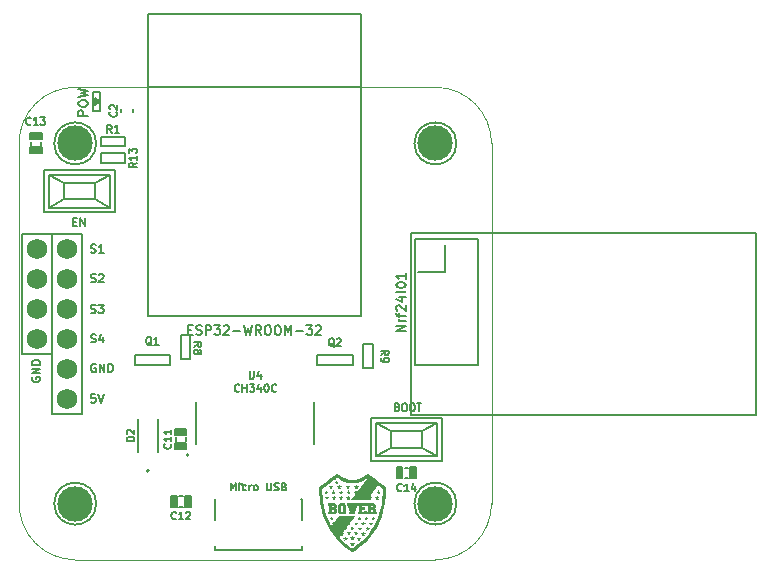
<source format=gbr>
%TF.GenerationSoftware,KiCad,Pcbnew,7.0.1*%
%TF.CreationDate,2023-08-30T02:16:58-03:00*%
%TF.ProjectId,PCB_FC_V2,5043425f-4643-45f5-9632-2e6b69636164,rev?*%
%TF.SameCoordinates,Original*%
%TF.FileFunction,Legend,Top*%
%TF.FilePolarity,Positive*%
%FSLAX46Y46*%
G04 Gerber Fmt 4.6, Leading zero omitted, Abs format (unit mm)*
G04 Created by KiCad (PCBNEW 7.0.1) date 2023-08-30 02:16:58*
%MOMM*%
%LPD*%
G01*
G04 APERTURE LIST*
%ADD10C,0.160000*%
%ADD11C,0.150000*%
%ADD12C,0.175000*%
%ADD13C,0.149860*%
%ADD14C,0.200000*%
%ADD15C,0.127000*%
%ADD16C,1.750000*%
%ADD17C,2.999740*%
%TA.AperFunction,Profile*%
%ADD18C,0.100000*%
%TD*%
G04 APERTURE END LIST*
D10*
X136762380Y-94656075D02*
X136762380Y-95174170D01*
X136762380Y-95174170D02*
X136792857Y-95235122D01*
X136792857Y-95235122D02*
X136823333Y-95265599D01*
X136823333Y-95265599D02*
X136884285Y-95296075D01*
X136884285Y-95296075D02*
X137006190Y-95296075D01*
X137006190Y-95296075D02*
X137067142Y-95265599D01*
X137067142Y-95265599D02*
X137097619Y-95235122D01*
X137097619Y-95235122D02*
X137128095Y-95174170D01*
X137128095Y-95174170D02*
X137128095Y-94656075D01*
X137707142Y-94869408D02*
X137707142Y-95296075D01*
X137554761Y-94625599D02*
X137402380Y-95082741D01*
X137402380Y-95082741D02*
X137798571Y-95082741D01*
D11*
X125093333Y-74446076D02*
X124879999Y-74141314D01*
X124727618Y-74446076D02*
X124727618Y-73806076D01*
X124727618Y-73806076D02*
X124971428Y-73806076D01*
X124971428Y-73806076D02*
X125032380Y-73836552D01*
X125032380Y-73836552D02*
X125062857Y-73867028D01*
X125062857Y-73867028D02*
X125093333Y-73927980D01*
X125093333Y-73927980D02*
X125093333Y-74019409D01*
X125093333Y-74019409D02*
X125062857Y-74080361D01*
X125062857Y-74080361D02*
X125032380Y-74110838D01*
X125032380Y-74110838D02*
X124971428Y-74141314D01*
X124971428Y-74141314D02*
X124727618Y-74141314D01*
X125702857Y-74446076D02*
X125337142Y-74446076D01*
X125519999Y-74446076D02*
X125519999Y-73806076D01*
X125519999Y-73806076D02*
X125459047Y-73897504D01*
X125459047Y-73897504D02*
X125398095Y-73958457D01*
X125398095Y-73958457D02*
X125337142Y-73988933D01*
D12*
X123333333Y-87080999D02*
X123433333Y-87114332D01*
X123433333Y-87114332D02*
X123600000Y-87114332D01*
X123600000Y-87114332D02*
X123666666Y-87080999D01*
X123666666Y-87080999D02*
X123700000Y-87047665D01*
X123700000Y-87047665D02*
X123733333Y-86980999D01*
X123733333Y-86980999D02*
X123733333Y-86914332D01*
X123733333Y-86914332D02*
X123700000Y-86847665D01*
X123700000Y-86847665D02*
X123666666Y-86814332D01*
X123666666Y-86814332D02*
X123600000Y-86780999D01*
X123600000Y-86780999D02*
X123466666Y-86747665D01*
X123466666Y-86747665D02*
X123400000Y-86714332D01*
X123400000Y-86714332D02*
X123366666Y-86680999D01*
X123366666Y-86680999D02*
X123333333Y-86614332D01*
X123333333Y-86614332D02*
X123333333Y-86547665D01*
X123333333Y-86547665D02*
X123366666Y-86480999D01*
X123366666Y-86480999D02*
X123400000Y-86447665D01*
X123400000Y-86447665D02*
X123466666Y-86414332D01*
X123466666Y-86414332D02*
X123633333Y-86414332D01*
X123633333Y-86414332D02*
X123733333Y-86447665D01*
X124000000Y-86480999D02*
X124033333Y-86447665D01*
X124033333Y-86447665D02*
X124100000Y-86414332D01*
X124100000Y-86414332D02*
X124266667Y-86414332D01*
X124266667Y-86414332D02*
X124333333Y-86447665D01*
X124333333Y-86447665D02*
X124366667Y-86480999D01*
X124366667Y-86480999D02*
X124400000Y-86547665D01*
X124400000Y-86547665D02*
X124400000Y-86614332D01*
X124400000Y-86614332D02*
X124366667Y-86714332D01*
X124366667Y-86714332D02*
X123966667Y-87114332D01*
X123966667Y-87114332D02*
X124400000Y-87114332D01*
X123733333Y-94047665D02*
X123666666Y-94014332D01*
X123666666Y-94014332D02*
X123566666Y-94014332D01*
X123566666Y-94014332D02*
X123466666Y-94047665D01*
X123466666Y-94047665D02*
X123400000Y-94114332D01*
X123400000Y-94114332D02*
X123366666Y-94180999D01*
X123366666Y-94180999D02*
X123333333Y-94314332D01*
X123333333Y-94314332D02*
X123333333Y-94414332D01*
X123333333Y-94414332D02*
X123366666Y-94547665D01*
X123366666Y-94547665D02*
X123400000Y-94614332D01*
X123400000Y-94614332D02*
X123466666Y-94680999D01*
X123466666Y-94680999D02*
X123566666Y-94714332D01*
X123566666Y-94714332D02*
X123633333Y-94714332D01*
X123633333Y-94714332D02*
X123733333Y-94680999D01*
X123733333Y-94680999D02*
X123766666Y-94647665D01*
X123766666Y-94647665D02*
X123766666Y-94414332D01*
X123766666Y-94414332D02*
X123633333Y-94414332D01*
X124066666Y-94714332D02*
X124066666Y-94014332D01*
X124066666Y-94014332D02*
X124466666Y-94714332D01*
X124466666Y-94714332D02*
X124466666Y-94014332D01*
X124799999Y-94714332D02*
X124799999Y-94014332D01*
X124799999Y-94014332D02*
X124966666Y-94014332D01*
X124966666Y-94014332D02*
X125066666Y-94047665D01*
X125066666Y-94047665D02*
X125133333Y-94114332D01*
X125133333Y-94114332D02*
X125166666Y-94180999D01*
X125166666Y-94180999D02*
X125199999Y-94314332D01*
X125199999Y-94314332D02*
X125199999Y-94414332D01*
X125199999Y-94414332D02*
X125166666Y-94547665D01*
X125166666Y-94547665D02*
X125133333Y-94614332D01*
X125133333Y-94614332D02*
X125066666Y-94680999D01*
X125066666Y-94680999D02*
X124966666Y-94714332D01*
X124966666Y-94714332D02*
X124799999Y-94714332D01*
D11*
X135888571Y-96335122D02*
X135858095Y-96365599D01*
X135858095Y-96365599D02*
X135766666Y-96396075D01*
X135766666Y-96396075D02*
X135705714Y-96396075D01*
X135705714Y-96396075D02*
X135614285Y-96365599D01*
X135614285Y-96365599D02*
X135553333Y-96304646D01*
X135553333Y-96304646D02*
X135522856Y-96243694D01*
X135522856Y-96243694D02*
X135492380Y-96121789D01*
X135492380Y-96121789D02*
X135492380Y-96030360D01*
X135492380Y-96030360D02*
X135522856Y-95908456D01*
X135522856Y-95908456D02*
X135553333Y-95847503D01*
X135553333Y-95847503D02*
X135614285Y-95786551D01*
X135614285Y-95786551D02*
X135705714Y-95756075D01*
X135705714Y-95756075D02*
X135766666Y-95756075D01*
X135766666Y-95756075D02*
X135858095Y-95786551D01*
X135858095Y-95786551D02*
X135888571Y-95817027D01*
X136162856Y-96396075D02*
X136162856Y-95756075D01*
X136162856Y-96060837D02*
X136528571Y-96060837D01*
X136528571Y-96396075D02*
X136528571Y-95756075D01*
X136772380Y-95756075D02*
X137168571Y-95756075D01*
X137168571Y-95756075D02*
X136955237Y-95999884D01*
X136955237Y-95999884D02*
X137046666Y-95999884D01*
X137046666Y-95999884D02*
X137107618Y-96030360D01*
X137107618Y-96030360D02*
X137138094Y-96060837D01*
X137138094Y-96060837D02*
X137168571Y-96121789D01*
X137168571Y-96121789D02*
X137168571Y-96274170D01*
X137168571Y-96274170D02*
X137138094Y-96335122D01*
X137138094Y-96335122D02*
X137107618Y-96365599D01*
X137107618Y-96365599D02*
X137046666Y-96396075D01*
X137046666Y-96396075D02*
X136863809Y-96396075D01*
X136863809Y-96396075D02*
X136802856Y-96365599D01*
X136802856Y-96365599D02*
X136772380Y-96335122D01*
X137717142Y-95969408D02*
X137717142Y-96396075D01*
X137564761Y-95725599D02*
X137412380Y-96182741D01*
X137412380Y-96182741D02*
X137808571Y-96182741D01*
X138174285Y-95756075D02*
X138235238Y-95756075D01*
X138235238Y-95756075D02*
X138296190Y-95786551D01*
X138296190Y-95786551D02*
X138326666Y-95817027D01*
X138326666Y-95817027D02*
X138357142Y-95877979D01*
X138357142Y-95877979D02*
X138387619Y-95999884D01*
X138387619Y-95999884D02*
X138387619Y-96152265D01*
X138387619Y-96152265D02*
X138357142Y-96274170D01*
X138357142Y-96274170D02*
X138326666Y-96335122D01*
X138326666Y-96335122D02*
X138296190Y-96365599D01*
X138296190Y-96365599D02*
X138235238Y-96396075D01*
X138235238Y-96396075D02*
X138174285Y-96396075D01*
X138174285Y-96396075D02*
X138113333Y-96365599D01*
X138113333Y-96365599D02*
X138082857Y-96335122D01*
X138082857Y-96335122D02*
X138052380Y-96274170D01*
X138052380Y-96274170D02*
X138021904Y-96152265D01*
X138021904Y-96152265D02*
X138021904Y-95999884D01*
X138021904Y-95999884D02*
X138052380Y-95877979D01*
X138052380Y-95877979D02*
X138082857Y-95817027D01*
X138082857Y-95817027D02*
X138113333Y-95786551D01*
X138113333Y-95786551D02*
X138174285Y-95756075D01*
X139027619Y-96335122D02*
X138997143Y-96365599D01*
X138997143Y-96365599D02*
X138905714Y-96396075D01*
X138905714Y-96396075D02*
X138844762Y-96396075D01*
X138844762Y-96396075D02*
X138753333Y-96365599D01*
X138753333Y-96365599D02*
X138692381Y-96304646D01*
X138692381Y-96304646D02*
X138661904Y-96243694D01*
X138661904Y-96243694D02*
X138631428Y-96121789D01*
X138631428Y-96121789D02*
X138631428Y-96030360D01*
X138631428Y-96030360D02*
X138661904Y-95908456D01*
X138661904Y-95908456D02*
X138692381Y-95847503D01*
X138692381Y-95847503D02*
X138753333Y-95786551D01*
X138753333Y-95786551D02*
X138844762Y-95756075D01*
X138844762Y-95756075D02*
X138905714Y-95756075D01*
X138905714Y-95756075D02*
X138997143Y-95786551D01*
X138997143Y-95786551D02*
X139027619Y-95817027D01*
X121852380Y-81986437D02*
X122065714Y-81986437D01*
X122157142Y-82321675D02*
X121852380Y-82321675D01*
X121852380Y-82321675D02*
X121852380Y-81681675D01*
X121852380Y-81681675D02*
X122157142Y-81681675D01*
X122431428Y-82321675D02*
X122431428Y-81681675D01*
X122431428Y-81681675D02*
X122797143Y-82321675D01*
X122797143Y-82321675D02*
X122797143Y-81681675D01*
D12*
X123700000Y-96614332D02*
X123366666Y-96614332D01*
X123366666Y-96614332D02*
X123333333Y-96947665D01*
X123333333Y-96947665D02*
X123366666Y-96914332D01*
X123366666Y-96914332D02*
X123433333Y-96880999D01*
X123433333Y-96880999D02*
X123600000Y-96880999D01*
X123600000Y-96880999D02*
X123666666Y-96914332D01*
X123666666Y-96914332D02*
X123700000Y-96947665D01*
X123700000Y-96947665D02*
X123733333Y-97014332D01*
X123733333Y-97014332D02*
X123733333Y-97180999D01*
X123733333Y-97180999D02*
X123700000Y-97247665D01*
X123700000Y-97247665D02*
X123666666Y-97280999D01*
X123666666Y-97280999D02*
X123600000Y-97314332D01*
X123600000Y-97314332D02*
X123433333Y-97314332D01*
X123433333Y-97314332D02*
X123366666Y-97280999D01*
X123366666Y-97280999D02*
X123333333Y-97247665D01*
X123933333Y-96614332D02*
X124166667Y-97314332D01*
X124166667Y-97314332D02*
X124400000Y-96614332D01*
D13*
X123070142Y-73004606D02*
X122270042Y-73004606D01*
X122270042Y-73004606D02*
X122270042Y-72699806D01*
X122270042Y-72699806D02*
X122308142Y-72623606D01*
X122308142Y-72623606D02*
X122346242Y-72585506D01*
X122346242Y-72585506D02*
X122422442Y-72547406D01*
X122422442Y-72547406D02*
X122536742Y-72547406D01*
X122536742Y-72547406D02*
X122612942Y-72585506D01*
X122612942Y-72585506D02*
X122651042Y-72623606D01*
X122651042Y-72623606D02*
X122689142Y-72699806D01*
X122689142Y-72699806D02*
X122689142Y-73004606D01*
X122270042Y-72052106D02*
X122270042Y-71899706D01*
X122270042Y-71899706D02*
X122308142Y-71823506D01*
X122308142Y-71823506D02*
X122384342Y-71747306D01*
X122384342Y-71747306D02*
X122536742Y-71709206D01*
X122536742Y-71709206D02*
X122803442Y-71709206D01*
X122803442Y-71709206D02*
X122955842Y-71747306D01*
X122955842Y-71747306D02*
X123032042Y-71823506D01*
X123032042Y-71823506D02*
X123070142Y-71899706D01*
X123070142Y-71899706D02*
X123070142Y-72052106D01*
X123070142Y-72052106D02*
X123032042Y-72128306D01*
X123032042Y-72128306D02*
X122955842Y-72204506D01*
X122955842Y-72204506D02*
X122803442Y-72242606D01*
X122803442Y-72242606D02*
X122536742Y-72242606D01*
X122536742Y-72242606D02*
X122384342Y-72204506D01*
X122384342Y-72204506D02*
X122308142Y-72128306D01*
X122308142Y-72128306D02*
X122270042Y-72052106D01*
X122270042Y-71442506D02*
X123070142Y-71252006D01*
X123070142Y-71252006D02*
X122498642Y-71099606D01*
X122498642Y-71099606D02*
X123070142Y-70947206D01*
X123070142Y-70947206D02*
X122270042Y-70756706D01*
D11*
X143940147Y-92557027D02*
X143879195Y-92526551D01*
X143879195Y-92526551D02*
X143818242Y-92465599D01*
X143818242Y-92465599D02*
X143726814Y-92374170D01*
X143726814Y-92374170D02*
X143665861Y-92343694D01*
X143665861Y-92343694D02*
X143604909Y-92343694D01*
X143635385Y-92496075D02*
X143574433Y-92465599D01*
X143574433Y-92465599D02*
X143513480Y-92404646D01*
X143513480Y-92404646D02*
X143483004Y-92282741D01*
X143483004Y-92282741D02*
X143483004Y-92069408D01*
X143483004Y-92069408D02*
X143513480Y-91947503D01*
X143513480Y-91947503D02*
X143574433Y-91886551D01*
X143574433Y-91886551D02*
X143635385Y-91856075D01*
X143635385Y-91856075D02*
X143757290Y-91856075D01*
X143757290Y-91856075D02*
X143818242Y-91886551D01*
X143818242Y-91886551D02*
X143879195Y-91947503D01*
X143879195Y-91947503D02*
X143909671Y-92069408D01*
X143909671Y-92069408D02*
X143909671Y-92282741D01*
X143909671Y-92282741D02*
X143879195Y-92404646D01*
X143879195Y-92404646D02*
X143818242Y-92465599D01*
X143818242Y-92465599D02*
X143757290Y-92496075D01*
X143757290Y-92496075D02*
X143635385Y-92496075D01*
X144153480Y-91917027D02*
X144183956Y-91886551D01*
X144183956Y-91886551D02*
X144244909Y-91856075D01*
X144244909Y-91856075D02*
X144397290Y-91856075D01*
X144397290Y-91856075D02*
X144458242Y-91886551D01*
X144458242Y-91886551D02*
X144488718Y-91917027D01*
X144488718Y-91917027D02*
X144519195Y-91977979D01*
X144519195Y-91977979D02*
X144519195Y-92038932D01*
X144519195Y-92038932D02*
X144488718Y-92130360D01*
X144488718Y-92130360D02*
X144123004Y-92496075D01*
X144123004Y-92496075D02*
X144519195Y-92496075D01*
X118238571Y-73735123D02*
X118208095Y-73765600D01*
X118208095Y-73765600D02*
X118116666Y-73796076D01*
X118116666Y-73796076D02*
X118055714Y-73796076D01*
X118055714Y-73796076D02*
X117964285Y-73765600D01*
X117964285Y-73765600D02*
X117903333Y-73704647D01*
X117903333Y-73704647D02*
X117872856Y-73643695D01*
X117872856Y-73643695D02*
X117842380Y-73521790D01*
X117842380Y-73521790D02*
X117842380Y-73430361D01*
X117842380Y-73430361D02*
X117872856Y-73308457D01*
X117872856Y-73308457D02*
X117903333Y-73247504D01*
X117903333Y-73247504D02*
X117964285Y-73186552D01*
X117964285Y-73186552D02*
X118055714Y-73156076D01*
X118055714Y-73156076D02*
X118116666Y-73156076D01*
X118116666Y-73156076D02*
X118208095Y-73186552D01*
X118208095Y-73186552D02*
X118238571Y-73217028D01*
X118848095Y-73796076D02*
X118482380Y-73796076D01*
X118665237Y-73796076D02*
X118665237Y-73156076D01*
X118665237Y-73156076D02*
X118604285Y-73247504D01*
X118604285Y-73247504D02*
X118543333Y-73308457D01*
X118543333Y-73308457D02*
X118482380Y-73338933D01*
X119061428Y-73156076D02*
X119457619Y-73156076D01*
X119457619Y-73156076D02*
X119244285Y-73399885D01*
X119244285Y-73399885D02*
X119335714Y-73399885D01*
X119335714Y-73399885D02*
X119396666Y-73430361D01*
X119396666Y-73430361D02*
X119427142Y-73460838D01*
X119427142Y-73460838D02*
X119457619Y-73521790D01*
X119457619Y-73521790D02*
X119457619Y-73674171D01*
X119457619Y-73674171D02*
X119427142Y-73735123D01*
X119427142Y-73735123D02*
X119396666Y-73765600D01*
X119396666Y-73765600D02*
X119335714Y-73796076D01*
X119335714Y-73796076D02*
X119152857Y-73796076D01*
X119152857Y-73796076D02*
X119091904Y-73765600D01*
X119091904Y-73765600D02*
X119061428Y-73735123D01*
D12*
X123333333Y-92180999D02*
X123433333Y-92214332D01*
X123433333Y-92214332D02*
X123600000Y-92214332D01*
X123600000Y-92214332D02*
X123666666Y-92180999D01*
X123666666Y-92180999D02*
X123700000Y-92147665D01*
X123700000Y-92147665D02*
X123733333Y-92080999D01*
X123733333Y-92080999D02*
X123733333Y-92014332D01*
X123733333Y-92014332D02*
X123700000Y-91947665D01*
X123700000Y-91947665D02*
X123666666Y-91914332D01*
X123666666Y-91914332D02*
X123600000Y-91880999D01*
X123600000Y-91880999D02*
X123466666Y-91847665D01*
X123466666Y-91847665D02*
X123400000Y-91814332D01*
X123400000Y-91814332D02*
X123366666Y-91780999D01*
X123366666Y-91780999D02*
X123333333Y-91714332D01*
X123333333Y-91714332D02*
X123333333Y-91647665D01*
X123333333Y-91647665D02*
X123366666Y-91580999D01*
X123366666Y-91580999D02*
X123400000Y-91547665D01*
X123400000Y-91547665D02*
X123466666Y-91514332D01*
X123466666Y-91514332D02*
X123633333Y-91514332D01*
X123633333Y-91514332D02*
X123733333Y-91547665D01*
X124333333Y-91747665D02*
X124333333Y-92214332D01*
X124166667Y-91480999D02*
X124000000Y-91980999D01*
X124000000Y-91980999D02*
X124433333Y-91980999D01*
D11*
X128487647Y-92457027D02*
X128426695Y-92426551D01*
X128426695Y-92426551D02*
X128365742Y-92365599D01*
X128365742Y-92365599D02*
X128274314Y-92274170D01*
X128274314Y-92274170D02*
X128213361Y-92243694D01*
X128213361Y-92243694D02*
X128152409Y-92243694D01*
X128182885Y-92396075D02*
X128121933Y-92365599D01*
X128121933Y-92365599D02*
X128060980Y-92304646D01*
X128060980Y-92304646D02*
X128030504Y-92182741D01*
X128030504Y-92182741D02*
X128030504Y-91969408D01*
X128030504Y-91969408D02*
X128060980Y-91847503D01*
X128060980Y-91847503D02*
X128121933Y-91786551D01*
X128121933Y-91786551D02*
X128182885Y-91756075D01*
X128182885Y-91756075D02*
X128304790Y-91756075D01*
X128304790Y-91756075D02*
X128365742Y-91786551D01*
X128365742Y-91786551D02*
X128426695Y-91847503D01*
X128426695Y-91847503D02*
X128457171Y-91969408D01*
X128457171Y-91969408D02*
X128457171Y-92182741D01*
X128457171Y-92182741D02*
X128426695Y-92304646D01*
X128426695Y-92304646D02*
X128365742Y-92365599D01*
X128365742Y-92365599D02*
X128304790Y-92396075D01*
X128304790Y-92396075D02*
X128182885Y-92396075D01*
X129066695Y-92396075D02*
X128700980Y-92396075D01*
X128883837Y-92396075D02*
X128883837Y-91756075D01*
X128883837Y-91756075D02*
X128822885Y-91847503D01*
X128822885Y-91847503D02*
X128761933Y-91908456D01*
X128761933Y-91908456D02*
X128700980Y-91938932D01*
D12*
X118347666Y-95166665D02*
X118314333Y-95233332D01*
X118314333Y-95233332D02*
X118314333Y-95333332D01*
X118314333Y-95333332D02*
X118347666Y-95433332D01*
X118347666Y-95433332D02*
X118414333Y-95499999D01*
X118414333Y-95499999D02*
X118481000Y-95533332D01*
X118481000Y-95533332D02*
X118614333Y-95566665D01*
X118614333Y-95566665D02*
X118714333Y-95566665D01*
X118714333Y-95566665D02*
X118847666Y-95533332D01*
X118847666Y-95533332D02*
X118914333Y-95499999D01*
X118914333Y-95499999D02*
X118981000Y-95433332D01*
X118981000Y-95433332D02*
X119014333Y-95333332D01*
X119014333Y-95333332D02*
X119014333Y-95266665D01*
X119014333Y-95266665D02*
X118981000Y-95166665D01*
X118981000Y-95166665D02*
X118947666Y-95133332D01*
X118947666Y-95133332D02*
X118714333Y-95133332D01*
X118714333Y-95133332D02*
X118714333Y-95266665D01*
X119014333Y-94833332D02*
X118314333Y-94833332D01*
X118314333Y-94833332D02*
X119014333Y-94433332D01*
X119014333Y-94433332D02*
X118314333Y-94433332D01*
X119014333Y-94099999D02*
X118314333Y-94099999D01*
X118314333Y-94099999D02*
X118314333Y-93933332D01*
X118314333Y-93933332D02*
X118347666Y-93833332D01*
X118347666Y-93833332D02*
X118414333Y-93766666D01*
X118414333Y-93766666D02*
X118481000Y-93733332D01*
X118481000Y-93733332D02*
X118614333Y-93699999D01*
X118614333Y-93699999D02*
X118714333Y-93699999D01*
X118714333Y-93699999D02*
X118847666Y-93733332D01*
X118847666Y-93733332D02*
X118914333Y-93766666D01*
X118914333Y-93766666D02*
X118981000Y-93833332D01*
X118981000Y-93833332D02*
X119014333Y-93933332D01*
X119014333Y-93933332D02*
X119014333Y-94099999D01*
D14*
X131562952Y-91151047D02*
X131829618Y-91151047D01*
X131943904Y-91570095D02*
X131562952Y-91570095D01*
X131562952Y-91570095D02*
X131562952Y-90770095D01*
X131562952Y-90770095D02*
X131943904Y-90770095D01*
X132248666Y-91532000D02*
X132362952Y-91570095D01*
X132362952Y-91570095D02*
X132553428Y-91570095D01*
X132553428Y-91570095D02*
X132629619Y-91532000D01*
X132629619Y-91532000D02*
X132667714Y-91493904D01*
X132667714Y-91493904D02*
X132705809Y-91417714D01*
X132705809Y-91417714D02*
X132705809Y-91341523D01*
X132705809Y-91341523D02*
X132667714Y-91265333D01*
X132667714Y-91265333D02*
X132629619Y-91227238D01*
X132629619Y-91227238D02*
X132553428Y-91189142D01*
X132553428Y-91189142D02*
X132401047Y-91151047D01*
X132401047Y-91151047D02*
X132324857Y-91112952D01*
X132324857Y-91112952D02*
X132286762Y-91074857D01*
X132286762Y-91074857D02*
X132248666Y-90998666D01*
X132248666Y-90998666D02*
X132248666Y-90922476D01*
X132248666Y-90922476D02*
X132286762Y-90846285D01*
X132286762Y-90846285D02*
X132324857Y-90808190D01*
X132324857Y-90808190D02*
X132401047Y-90770095D01*
X132401047Y-90770095D02*
X132591524Y-90770095D01*
X132591524Y-90770095D02*
X132705809Y-90808190D01*
X133048667Y-91570095D02*
X133048667Y-90770095D01*
X133048667Y-90770095D02*
X133353429Y-90770095D01*
X133353429Y-90770095D02*
X133429619Y-90808190D01*
X133429619Y-90808190D02*
X133467714Y-90846285D01*
X133467714Y-90846285D02*
X133505810Y-90922476D01*
X133505810Y-90922476D02*
X133505810Y-91036761D01*
X133505810Y-91036761D02*
X133467714Y-91112952D01*
X133467714Y-91112952D02*
X133429619Y-91151047D01*
X133429619Y-91151047D02*
X133353429Y-91189142D01*
X133353429Y-91189142D02*
X133048667Y-91189142D01*
X133772476Y-90770095D02*
X134267714Y-90770095D01*
X134267714Y-90770095D02*
X134001048Y-91074857D01*
X134001048Y-91074857D02*
X134115333Y-91074857D01*
X134115333Y-91074857D02*
X134191524Y-91112952D01*
X134191524Y-91112952D02*
X134229619Y-91151047D01*
X134229619Y-91151047D02*
X134267714Y-91227238D01*
X134267714Y-91227238D02*
X134267714Y-91417714D01*
X134267714Y-91417714D02*
X134229619Y-91493904D01*
X134229619Y-91493904D02*
X134191524Y-91532000D01*
X134191524Y-91532000D02*
X134115333Y-91570095D01*
X134115333Y-91570095D02*
X133886762Y-91570095D01*
X133886762Y-91570095D02*
X133810571Y-91532000D01*
X133810571Y-91532000D02*
X133772476Y-91493904D01*
X134572476Y-90846285D02*
X134610572Y-90808190D01*
X134610572Y-90808190D02*
X134686762Y-90770095D01*
X134686762Y-90770095D02*
X134877238Y-90770095D01*
X134877238Y-90770095D02*
X134953429Y-90808190D01*
X134953429Y-90808190D02*
X134991524Y-90846285D01*
X134991524Y-90846285D02*
X135029619Y-90922476D01*
X135029619Y-90922476D02*
X135029619Y-90998666D01*
X135029619Y-90998666D02*
X134991524Y-91112952D01*
X134991524Y-91112952D02*
X134534381Y-91570095D01*
X134534381Y-91570095D02*
X135029619Y-91570095D01*
X135372477Y-91265333D02*
X135982001Y-91265333D01*
X136286762Y-90770095D02*
X136477238Y-91570095D01*
X136477238Y-91570095D02*
X136629619Y-90998666D01*
X136629619Y-90998666D02*
X136782000Y-91570095D01*
X136782000Y-91570095D02*
X136972477Y-90770095D01*
X137734382Y-91570095D02*
X137467715Y-91189142D01*
X137277239Y-91570095D02*
X137277239Y-90770095D01*
X137277239Y-90770095D02*
X137582001Y-90770095D01*
X137582001Y-90770095D02*
X137658191Y-90808190D01*
X137658191Y-90808190D02*
X137696286Y-90846285D01*
X137696286Y-90846285D02*
X137734382Y-90922476D01*
X137734382Y-90922476D02*
X137734382Y-91036761D01*
X137734382Y-91036761D02*
X137696286Y-91112952D01*
X137696286Y-91112952D02*
X137658191Y-91151047D01*
X137658191Y-91151047D02*
X137582001Y-91189142D01*
X137582001Y-91189142D02*
X137277239Y-91189142D01*
X138229620Y-90770095D02*
X138382001Y-90770095D01*
X138382001Y-90770095D02*
X138458191Y-90808190D01*
X138458191Y-90808190D02*
X138534382Y-90884380D01*
X138534382Y-90884380D02*
X138572477Y-91036761D01*
X138572477Y-91036761D02*
X138572477Y-91303428D01*
X138572477Y-91303428D02*
X138534382Y-91455809D01*
X138534382Y-91455809D02*
X138458191Y-91532000D01*
X138458191Y-91532000D02*
X138382001Y-91570095D01*
X138382001Y-91570095D02*
X138229620Y-91570095D01*
X138229620Y-91570095D02*
X138153429Y-91532000D01*
X138153429Y-91532000D02*
X138077239Y-91455809D01*
X138077239Y-91455809D02*
X138039143Y-91303428D01*
X138039143Y-91303428D02*
X138039143Y-91036761D01*
X138039143Y-91036761D02*
X138077239Y-90884380D01*
X138077239Y-90884380D02*
X138153429Y-90808190D01*
X138153429Y-90808190D02*
X138229620Y-90770095D01*
X139067715Y-90770095D02*
X139220096Y-90770095D01*
X139220096Y-90770095D02*
X139296286Y-90808190D01*
X139296286Y-90808190D02*
X139372477Y-90884380D01*
X139372477Y-90884380D02*
X139410572Y-91036761D01*
X139410572Y-91036761D02*
X139410572Y-91303428D01*
X139410572Y-91303428D02*
X139372477Y-91455809D01*
X139372477Y-91455809D02*
X139296286Y-91532000D01*
X139296286Y-91532000D02*
X139220096Y-91570095D01*
X139220096Y-91570095D02*
X139067715Y-91570095D01*
X139067715Y-91570095D02*
X138991524Y-91532000D01*
X138991524Y-91532000D02*
X138915334Y-91455809D01*
X138915334Y-91455809D02*
X138877238Y-91303428D01*
X138877238Y-91303428D02*
X138877238Y-91036761D01*
X138877238Y-91036761D02*
X138915334Y-90884380D01*
X138915334Y-90884380D02*
X138991524Y-90808190D01*
X138991524Y-90808190D02*
X139067715Y-90770095D01*
X139753429Y-91570095D02*
X139753429Y-90770095D01*
X139753429Y-90770095D02*
X140020095Y-91341523D01*
X140020095Y-91341523D02*
X140286762Y-90770095D01*
X140286762Y-90770095D02*
X140286762Y-91570095D01*
X140667715Y-91265333D02*
X141277239Y-91265333D01*
X141582000Y-90770095D02*
X142077238Y-90770095D01*
X142077238Y-90770095D02*
X141810572Y-91074857D01*
X141810572Y-91074857D02*
X141924857Y-91074857D01*
X141924857Y-91074857D02*
X142001048Y-91112952D01*
X142001048Y-91112952D02*
X142039143Y-91151047D01*
X142039143Y-91151047D02*
X142077238Y-91227238D01*
X142077238Y-91227238D02*
X142077238Y-91417714D01*
X142077238Y-91417714D02*
X142039143Y-91493904D01*
X142039143Y-91493904D02*
X142001048Y-91532000D01*
X142001048Y-91532000D02*
X141924857Y-91570095D01*
X141924857Y-91570095D02*
X141696286Y-91570095D01*
X141696286Y-91570095D02*
X141620095Y-91532000D01*
X141620095Y-91532000D02*
X141582000Y-91493904D01*
X142382000Y-90846285D02*
X142420096Y-90808190D01*
X142420096Y-90808190D02*
X142496286Y-90770095D01*
X142496286Y-90770095D02*
X142686762Y-90770095D01*
X142686762Y-90770095D02*
X142762953Y-90808190D01*
X142762953Y-90808190D02*
X142801048Y-90846285D01*
X142801048Y-90846285D02*
X142839143Y-90922476D01*
X142839143Y-90922476D02*
X142839143Y-90998666D01*
X142839143Y-90998666D02*
X142801048Y-91112952D01*
X142801048Y-91112952D02*
X142343905Y-91570095D01*
X142343905Y-91570095D02*
X142839143Y-91570095D01*
D11*
X127196076Y-77011428D02*
X126891314Y-77224762D01*
X127196076Y-77377143D02*
X126556076Y-77377143D01*
X126556076Y-77377143D02*
X126556076Y-77133333D01*
X126556076Y-77133333D02*
X126586552Y-77072381D01*
X126586552Y-77072381D02*
X126617028Y-77041904D01*
X126617028Y-77041904D02*
X126677980Y-77011428D01*
X126677980Y-77011428D02*
X126769409Y-77011428D01*
X126769409Y-77011428D02*
X126830361Y-77041904D01*
X126830361Y-77041904D02*
X126860838Y-77072381D01*
X126860838Y-77072381D02*
X126891314Y-77133333D01*
X126891314Y-77133333D02*
X126891314Y-77377143D01*
X127196076Y-76401904D02*
X127196076Y-76767619D01*
X127196076Y-76584762D02*
X126556076Y-76584762D01*
X126556076Y-76584762D02*
X126647504Y-76645714D01*
X126647504Y-76645714D02*
X126708457Y-76706666D01*
X126708457Y-76706666D02*
X126738933Y-76767619D01*
X126556076Y-76188571D02*
X126556076Y-75792380D01*
X126556076Y-75792380D02*
X126799885Y-76005714D01*
X126799885Y-76005714D02*
X126799885Y-75914285D01*
X126799885Y-75914285D02*
X126830361Y-75853333D01*
X126830361Y-75853333D02*
X126860838Y-75822857D01*
X126860838Y-75822857D02*
X126921790Y-75792380D01*
X126921790Y-75792380D02*
X127074171Y-75792380D01*
X127074171Y-75792380D02*
X127135123Y-75822857D01*
X127135123Y-75822857D02*
X127165600Y-75853333D01*
X127165600Y-75853333D02*
X127196076Y-75914285D01*
X127196076Y-75914285D02*
X127196076Y-76097142D01*
X127196076Y-76097142D02*
X127165600Y-76158095D01*
X127165600Y-76158095D02*
X127135123Y-76188571D01*
D10*
X135168571Y-104746075D02*
X135168571Y-104106075D01*
X135168571Y-104106075D02*
X135381905Y-104563218D01*
X135381905Y-104563218D02*
X135595238Y-104106075D01*
X135595238Y-104106075D02*
X135595238Y-104746075D01*
X135900000Y-104746075D02*
X135900000Y-104319408D01*
X135900000Y-104106075D02*
X135869524Y-104136551D01*
X135869524Y-104136551D02*
X135900000Y-104167027D01*
X135900000Y-104167027D02*
X135930477Y-104136551D01*
X135930477Y-104136551D02*
X135900000Y-104106075D01*
X135900000Y-104106075D02*
X135900000Y-104167027D01*
X136479048Y-104715599D02*
X136418096Y-104746075D01*
X136418096Y-104746075D02*
X136296191Y-104746075D01*
X136296191Y-104746075D02*
X136235239Y-104715599D01*
X136235239Y-104715599D02*
X136204762Y-104685122D01*
X136204762Y-104685122D02*
X136174286Y-104624170D01*
X136174286Y-104624170D02*
X136174286Y-104441313D01*
X136174286Y-104441313D02*
X136204762Y-104380360D01*
X136204762Y-104380360D02*
X136235239Y-104349884D01*
X136235239Y-104349884D02*
X136296191Y-104319408D01*
X136296191Y-104319408D02*
X136418096Y-104319408D01*
X136418096Y-104319408D02*
X136479048Y-104349884D01*
X136753333Y-104746075D02*
X136753333Y-104319408D01*
X136753333Y-104441313D02*
X136783810Y-104380360D01*
X136783810Y-104380360D02*
X136814286Y-104349884D01*
X136814286Y-104349884D02*
X136875238Y-104319408D01*
X136875238Y-104319408D02*
X136936191Y-104319408D01*
X137240952Y-104746075D02*
X137180000Y-104715599D01*
X137180000Y-104715599D02*
X137149523Y-104685122D01*
X137149523Y-104685122D02*
X137119047Y-104624170D01*
X137119047Y-104624170D02*
X137119047Y-104441313D01*
X137119047Y-104441313D02*
X137149523Y-104380360D01*
X137149523Y-104380360D02*
X137180000Y-104349884D01*
X137180000Y-104349884D02*
X137240952Y-104319408D01*
X137240952Y-104319408D02*
X137332381Y-104319408D01*
X137332381Y-104319408D02*
X137393333Y-104349884D01*
X137393333Y-104349884D02*
X137423809Y-104380360D01*
X137423809Y-104380360D02*
X137454285Y-104441313D01*
X137454285Y-104441313D02*
X137454285Y-104624170D01*
X137454285Y-104624170D02*
X137423809Y-104685122D01*
X137423809Y-104685122D02*
X137393333Y-104715599D01*
X137393333Y-104715599D02*
X137332381Y-104746075D01*
X137332381Y-104746075D02*
X137240952Y-104746075D01*
X138216190Y-104106075D02*
X138216190Y-104624170D01*
X138216190Y-104624170D02*
X138246667Y-104685122D01*
X138246667Y-104685122D02*
X138277143Y-104715599D01*
X138277143Y-104715599D02*
X138338095Y-104746075D01*
X138338095Y-104746075D02*
X138460000Y-104746075D01*
X138460000Y-104746075D02*
X138520952Y-104715599D01*
X138520952Y-104715599D02*
X138551429Y-104685122D01*
X138551429Y-104685122D02*
X138581905Y-104624170D01*
X138581905Y-104624170D02*
X138581905Y-104106075D01*
X138856190Y-104715599D02*
X138947619Y-104746075D01*
X138947619Y-104746075D02*
X139100000Y-104746075D01*
X139100000Y-104746075D02*
X139160952Y-104715599D01*
X139160952Y-104715599D02*
X139191428Y-104685122D01*
X139191428Y-104685122D02*
X139221905Y-104624170D01*
X139221905Y-104624170D02*
X139221905Y-104563218D01*
X139221905Y-104563218D02*
X139191428Y-104502265D01*
X139191428Y-104502265D02*
X139160952Y-104471789D01*
X139160952Y-104471789D02*
X139100000Y-104441313D01*
X139100000Y-104441313D02*
X138978095Y-104410837D01*
X138978095Y-104410837D02*
X138917143Y-104380360D01*
X138917143Y-104380360D02*
X138886666Y-104349884D01*
X138886666Y-104349884D02*
X138856190Y-104288932D01*
X138856190Y-104288932D02*
X138856190Y-104227979D01*
X138856190Y-104227979D02*
X138886666Y-104167027D01*
X138886666Y-104167027D02*
X138917143Y-104136551D01*
X138917143Y-104136551D02*
X138978095Y-104106075D01*
X138978095Y-104106075D02*
X139130476Y-104106075D01*
X139130476Y-104106075D02*
X139221905Y-104136551D01*
X139709524Y-104410837D02*
X139800952Y-104441313D01*
X139800952Y-104441313D02*
X139831429Y-104471789D01*
X139831429Y-104471789D02*
X139861905Y-104532741D01*
X139861905Y-104532741D02*
X139861905Y-104624170D01*
X139861905Y-104624170D02*
X139831429Y-104685122D01*
X139831429Y-104685122D02*
X139800952Y-104715599D01*
X139800952Y-104715599D02*
X139740000Y-104746075D01*
X139740000Y-104746075D02*
X139496190Y-104746075D01*
X139496190Y-104746075D02*
X139496190Y-104106075D01*
X139496190Y-104106075D02*
X139709524Y-104106075D01*
X139709524Y-104106075D02*
X139770476Y-104136551D01*
X139770476Y-104136551D02*
X139800952Y-104167027D01*
X139800952Y-104167027D02*
X139831429Y-104227979D01*
X139831429Y-104227979D02*
X139831429Y-104288932D01*
X139831429Y-104288932D02*
X139800952Y-104349884D01*
X139800952Y-104349884D02*
X139770476Y-104380360D01*
X139770476Y-104380360D02*
X139709524Y-104410837D01*
X139709524Y-104410837D02*
X139496190Y-104410837D01*
D11*
X149265714Y-97686437D02*
X149357142Y-97716913D01*
X149357142Y-97716913D02*
X149387619Y-97747389D01*
X149387619Y-97747389D02*
X149418095Y-97808341D01*
X149418095Y-97808341D02*
X149418095Y-97899770D01*
X149418095Y-97899770D02*
X149387619Y-97960722D01*
X149387619Y-97960722D02*
X149357142Y-97991199D01*
X149357142Y-97991199D02*
X149296190Y-98021675D01*
X149296190Y-98021675D02*
X149052380Y-98021675D01*
X149052380Y-98021675D02*
X149052380Y-97381675D01*
X149052380Y-97381675D02*
X149265714Y-97381675D01*
X149265714Y-97381675D02*
X149326666Y-97412151D01*
X149326666Y-97412151D02*
X149357142Y-97442627D01*
X149357142Y-97442627D02*
X149387619Y-97503579D01*
X149387619Y-97503579D02*
X149387619Y-97564532D01*
X149387619Y-97564532D02*
X149357142Y-97625484D01*
X149357142Y-97625484D02*
X149326666Y-97655960D01*
X149326666Y-97655960D02*
X149265714Y-97686437D01*
X149265714Y-97686437D02*
X149052380Y-97686437D01*
X149814285Y-97381675D02*
X149936190Y-97381675D01*
X149936190Y-97381675D02*
X149997142Y-97412151D01*
X149997142Y-97412151D02*
X150058095Y-97473103D01*
X150058095Y-97473103D02*
X150088571Y-97595008D01*
X150088571Y-97595008D02*
X150088571Y-97808341D01*
X150088571Y-97808341D02*
X150058095Y-97930246D01*
X150058095Y-97930246D02*
X149997142Y-97991199D01*
X149997142Y-97991199D02*
X149936190Y-98021675D01*
X149936190Y-98021675D02*
X149814285Y-98021675D01*
X149814285Y-98021675D02*
X149753333Y-97991199D01*
X149753333Y-97991199D02*
X149692380Y-97930246D01*
X149692380Y-97930246D02*
X149661904Y-97808341D01*
X149661904Y-97808341D02*
X149661904Y-97595008D01*
X149661904Y-97595008D02*
X149692380Y-97473103D01*
X149692380Y-97473103D02*
X149753333Y-97412151D01*
X149753333Y-97412151D02*
X149814285Y-97381675D01*
X150484761Y-97381675D02*
X150606666Y-97381675D01*
X150606666Y-97381675D02*
X150667618Y-97412151D01*
X150667618Y-97412151D02*
X150728571Y-97473103D01*
X150728571Y-97473103D02*
X150759047Y-97595008D01*
X150759047Y-97595008D02*
X150759047Y-97808341D01*
X150759047Y-97808341D02*
X150728571Y-97930246D01*
X150728571Y-97930246D02*
X150667618Y-97991199D01*
X150667618Y-97991199D02*
X150606666Y-98021675D01*
X150606666Y-98021675D02*
X150484761Y-98021675D01*
X150484761Y-98021675D02*
X150423809Y-97991199D01*
X150423809Y-97991199D02*
X150362856Y-97930246D01*
X150362856Y-97930246D02*
X150332380Y-97808341D01*
X150332380Y-97808341D02*
X150332380Y-97595008D01*
X150332380Y-97595008D02*
X150362856Y-97473103D01*
X150362856Y-97473103D02*
X150423809Y-97412151D01*
X150423809Y-97412151D02*
X150484761Y-97381675D01*
X150941904Y-97381675D02*
X151307618Y-97381675D01*
X151124761Y-98021675D02*
X151124761Y-97381675D01*
X132053923Y-92573333D02*
X132358685Y-92359999D01*
X132053923Y-92207618D02*
X132693923Y-92207618D01*
X132693923Y-92207618D02*
X132693923Y-92451428D01*
X132693923Y-92451428D02*
X132663447Y-92512380D01*
X132663447Y-92512380D02*
X132632971Y-92542857D01*
X132632971Y-92542857D02*
X132572019Y-92573333D01*
X132572019Y-92573333D02*
X132480590Y-92573333D01*
X132480590Y-92573333D02*
X132419638Y-92542857D01*
X132419638Y-92542857D02*
X132389161Y-92512380D01*
X132389161Y-92512380D02*
X132358685Y-92451428D01*
X132358685Y-92451428D02*
X132358685Y-92207618D01*
X132419638Y-92939047D02*
X132450114Y-92878095D01*
X132450114Y-92878095D02*
X132480590Y-92847618D01*
X132480590Y-92847618D02*
X132541542Y-92817142D01*
X132541542Y-92817142D02*
X132572019Y-92817142D01*
X132572019Y-92817142D02*
X132632971Y-92847618D01*
X132632971Y-92847618D02*
X132663447Y-92878095D01*
X132663447Y-92878095D02*
X132693923Y-92939047D01*
X132693923Y-92939047D02*
X132693923Y-93060952D01*
X132693923Y-93060952D02*
X132663447Y-93121904D01*
X132663447Y-93121904D02*
X132632971Y-93152380D01*
X132632971Y-93152380D02*
X132572019Y-93182857D01*
X132572019Y-93182857D02*
X132541542Y-93182857D01*
X132541542Y-93182857D02*
X132480590Y-93152380D01*
X132480590Y-93152380D02*
X132450114Y-93121904D01*
X132450114Y-93121904D02*
X132419638Y-93060952D01*
X132419638Y-93060952D02*
X132419638Y-92939047D01*
X132419638Y-92939047D02*
X132389161Y-92878095D01*
X132389161Y-92878095D02*
X132358685Y-92847618D01*
X132358685Y-92847618D02*
X132297733Y-92817142D01*
X132297733Y-92817142D02*
X132175828Y-92817142D01*
X132175828Y-92817142D02*
X132114876Y-92847618D01*
X132114876Y-92847618D02*
X132084400Y-92878095D01*
X132084400Y-92878095D02*
X132053923Y-92939047D01*
X132053923Y-92939047D02*
X132053923Y-93060952D01*
X132053923Y-93060952D02*
X132084400Y-93121904D01*
X132084400Y-93121904D02*
X132114876Y-93152380D01*
X132114876Y-93152380D02*
X132175828Y-93182857D01*
X132175828Y-93182857D02*
X132297733Y-93182857D01*
X132297733Y-93182857D02*
X132358685Y-93152380D01*
X132358685Y-93152380D02*
X132389161Y-93121904D01*
X132389161Y-93121904D02*
X132419638Y-93060952D01*
D12*
X149970095Y-91266851D02*
X149170095Y-91266851D01*
X149170095Y-91266851D02*
X149970095Y-90809708D01*
X149970095Y-90809708D02*
X149170095Y-90809708D01*
X149970095Y-90428756D02*
X149436761Y-90428756D01*
X149589142Y-90428756D02*
X149512952Y-90390661D01*
X149512952Y-90390661D02*
X149474857Y-90352566D01*
X149474857Y-90352566D02*
X149436761Y-90276375D01*
X149436761Y-90276375D02*
X149436761Y-90200185D01*
X149436761Y-90047804D02*
X149436761Y-89743042D01*
X149970095Y-89933518D02*
X149284380Y-89933518D01*
X149284380Y-89933518D02*
X149208190Y-89895423D01*
X149208190Y-89895423D02*
X149170095Y-89819233D01*
X149170095Y-89819233D02*
X149170095Y-89743042D01*
X149246285Y-89514471D02*
X149208190Y-89476375D01*
X149208190Y-89476375D02*
X149170095Y-89400185D01*
X149170095Y-89400185D02*
X149170095Y-89209709D01*
X149170095Y-89209709D02*
X149208190Y-89133518D01*
X149208190Y-89133518D02*
X149246285Y-89095423D01*
X149246285Y-89095423D02*
X149322476Y-89057328D01*
X149322476Y-89057328D02*
X149398666Y-89057328D01*
X149398666Y-89057328D02*
X149512952Y-89095423D01*
X149512952Y-89095423D02*
X149970095Y-89552566D01*
X149970095Y-89552566D02*
X149970095Y-89057328D01*
X149436761Y-88371613D02*
X149970095Y-88371613D01*
X149132000Y-88562089D02*
X149703428Y-88752566D01*
X149703428Y-88752566D02*
X149703428Y-88257327D01*
X149970095Y-87838280D02*
X149932000Y-87914470D01*
X149932000Y-87914470D02*
X149855809Y-87952565D01*
X149855809Y-87952565D02*
X149170095Y-87952565D01*
X149170095Y-87381136D02*
X149170095Y-87304946D01*
X149170095Y-87304946D02*
X149208190Y-87228755D01*
X149208190Y-87228755D02*
X149246285Y-87190660D01*
X149246285Y-87190660D02*
X149322476Y-87152565D01*
X149322476Y-87152565D02*
X149474857Y-87114470D01*
X149474857Y-87114470D02*
X149665333Y-87114470D01*
X149665333Y-87114470D02*
X149817714Y-87152565D01*
X149817714Y-87152565D02*
X149893904Y-87190660D01*
X149893904Y-87190660D02*
X149932000Y-87228755D01*
X149932000Y-87228755D02*
X149970095Y-87304946D01*
X149970095Y-87304946D02*
X149970095Y-87381136D01*
X149970095Y-87381136D02*
X149932000Y-87457327D01*
X149932000Y-87457327D02*
X149893904Y-87495422D01*
X149893904Y-87495422D02*
X149817714Y-87533517D01*
X149817714Y-87533517D02*
X149665333Y-87571613D01*
X149665333Y-87571613D02*
X149474857Y-87571613D01*
X149474857Y-87571613D02*
X149322476Y-87533517D01*
X149322476Y-87533517D02*
X149246285Y-87495422D01*
X149246285Y-87495422D02*
X149208190Y-87457327D01*
X149208190Y-87457327D02*
X149170095Y-87381136D01*
X149970095Y-86352565D02*
X149970095Y-86809708D01*
X149970095Y-86581136D02*
X149170095Y-86581136D01*
X149170095Y-86581136D02*
X149284380Y-86657327D01*
X149284380Y-86657327D02*
X149360571Y-86733517D01*
X149360571Y-86733517D02*
X149398666Y-86809708D01*
D11*
X149638571Y-104735122D02*
X149608095Y-104765599D01*
X149608095Y-104765599D02*
X149516666Y-104796075D01*
X149516666Y-104796075D02*
X149455714Y-104796075D01*
X149455714Y-104796075D02*
X149364285Y-104765599D01*
X149364285Y-104765599D02*
X149303333Y-104704646D01*
X149303333Y-104704646D02*
X149272856Y-104643694D01*
X149272856Y-104643694D02*
X149242380Y-104521789D01*
X149242380Y-104521789D02*
X149242380Y-104430360D01*
X149242380Y-104430360D02*
X149272856Y-104308456D01*
X149272856Y-104308456D02*
X149303333Y-104247503D01*
X149303333Y-104247503D02*
X149364285Y-104186551D01*
X149364285Y-104186551D02*
X149455714Y-104156075D01*
X149455714Y-104156075D02*
X149516666Y-104156075D01*
X149516666Y-104156075D02*
X149608095Y-104186551D01*
X149608095Y-104186551D02*
X149638571Y-104217027D01*
X150248095Y-104796075D02*
X149882380Y-104796075D01*
X150065237Y-104796075D02*
X150065237Y-104156075D01*
X150065237Y-104156075D02*
X150004285Y-104247503D01*
X150004285Y-104247503D02*
X149943333Y-104308456D01*
X149943333Y-104308456D02*
X149882380Y-104338932D01*
X150796666Y-104369408D02*
X150796666Y-104796075D01*
X150644285Y-104125599D02*
X150491904Y-104582741D01*
X150491904Y-104582741D02*
X150888095Y-104582741D01*
X130538571Y-107135122D02*
X130508095Y-107165599D01*
X130508095Y-107165599D02*
X130416666Y-107196075D01*
X130416666Y-107196075D02*
X130355714Y-107196075D01*
X130355714Y-107196075D02*
X130264285Y-107165599D01*
X130264285Y-107165599D02*
X130203333Y-107104646D01*
X130203333Y-107104646D02*
X130172856Y-107043694D01*
X130172856Y-107043694D02*
X130142380Y-106921789D01*
X130142380Y-106921789D02*
X130142380Y-106830360D01*
X130142380Y-106830360D02*
X130172856Y-106708456D01*
X130172856Y-106708456D02*
X130203333Y-106647503D01*
X130203333Y-106647503D02*
X130264285Y-106586551D01*
X130264285Y-106586551D02*
X130355714Y-106556075D01*
X130355714Y-106556075D02*
X130416666Y-106556075D01*
X130416666Y-106556075D02*
X130508095Y-106586551D01*
X130508095Y-106586551D02*
X130538571Y-106617027D01*
X131148095Y-107196075D02*
X130782380Y-107196075D01*
X130965237Y-107196075D02*
X130965237Y-106556075D01*
X130965237Y-106556075D02*
X130904285Y-106647503D01*
X130904285Y-106647503D02*
X130843333Y-106708456D01*
X130843333Y-106708456D02*
X130782380Y-106738932D01*
X131391904Y-106617027D02*
X131422380Y-106586551D01*
X131422380Y-106586551D02*
X131483333Y-106556075D01*
X131483333Y-106556075D02*
X131635714Y-106556075D01*
X131635714Y-106556075D02*
X131696666Y-106586551D01*
X131696666Y-106586551D02*
X131727142Y-106617027D01*
X131727142Y-106617027D02*
X131757619Y-106677979D01*
X131757619Y-106677979D02*
X131757619Y-106738932D01*
X131757619Y-106738932D02*
X131727142Y-106830360D01*
X131727142Y-106830360D02*
X131361428Y-107196075D01*
X131361428Y-107196075D02*
X131757619Y-107196075D01*
D12*
X123333333Y-89680999D02*
X123433333Y-89714332D01*
X123433333Y-89714332D02*
X123600000Y-89714332D01*
X123600000Y-89714332D02*
X123666666Y-89680999D01*
X123666666Y-89680999D02*
X123700000Y-89647665D01*
X123700000Y-89647665D02*
X123733333Y-89580999D01*
X123733333Y-89580999D02*
X123733333Y-89514332D01*
X123733333Y-89514332D02*
X123700000Y-89447665D01*
X123700000Y-89447665D02*
X123666666Y-89414332D01*
X123666666Y-89414332D02*
X123600000Y-89380999D01*
X123600000Y-89380999D02*
X123466666Y-89347665D01*
X123466666Y-89347665D02*
X123400000Y-89314332D01*
X123400000Y-89314332D02*
X123366666Y-89280999D01*
X123366666Y-89280999D02*
X123333333Y-89214332D01*
X123333333Y-89214332D02*
X123333333Y-89147665D01*
X123333333Y-89147665D02*
X123366666Y-89080999D01*
X123366666Y-89080999D02*
X123400000Y-89047665D01*
X123400000Y-89047665D02*
X123466666Y-89014332D01*
X123466666Y-89014332D02*
X123633333Y-89014332D01*
X123633333Y-89014332D02*
X123733333Y-89047665D01*
X123966667Y-89014332D02*
X124400000Y-89014332D01*
X124400000Y-89014332D02*
X124166667Y-89280999D01*
X124166667Y-89280999D02*
X124266667Y-89280999D01*
X124266667Y-89280999D02*
X124333333Y-89314332D01*
X124333333Y-89314332D02*
X124366667Y-89347665D01*
X124366667Y-89347665D02*
X124400000Y-89414332D01*
X124400000Y-89414332D02*
X124400000Y-89580999D01*
X124400000Y-89580999D02*
X124366667Y-89647665D01*
X124366667Y-89647665D02*
X124333333Y-89680999D01*
X124333333Y-89680999D02*
X124266667Y-89714332D01*
X124266667Y-89714332D02*
X124066667Y-89714332D01*
X124066667Y-89714332D02*
X124000000Y-89680999D01*
X124000000Y-89680999D02*
X123966667Y-89647665D01*
D11*
X130085123Y-100820185D02*
X130115600Y-100850661D01*
X130115600Y-100850661D02*
X130146076Y-100942090D01*
X130146076Y-100942090D02*
X130146076Y-101003042D01*
X130146076Y-101003042D02*
X130115600Y-101094471D01*
X130115600Y-101094471D02*
X130054647Y-101155423D01*
X130054647Y-101155423D02*
X129993695Y-101185900D01*
X129993695Y-101185900D02*
X129871790Y-101216376D01*
X129871790Y-101216376D02*
X129780361Y-101216376D01*
X129780361Y-101216376D02*
X129658457Y-101185900D01*
X129658457Y-101185900D02*
X129597504Y-101155423D01*
X129597504Y-101155423D02*
X129536552Y-101094471D01*
X129536552Y-101094471D02*
X129506076Y-101003042D01*
X129506076Y-101003042D02*
X129506076Y-100942090D01*
X129506076Y-100942090D02*
X129536552Y-100850661D01*
X129536552Y-100850661D02*
X129567028Y-100820185D01*
X130146076Y-100210661D02*
X130146076Y-100576376D01*
X130146076Y-100393519D02*
X129506076Y-100393519D01*
X129506076Y-100393519D02*
X129597504Y-100454471D01*
X129597504Y-100454471D02*
X129658457Y-100515423D01*
X129658457Y-100515423D02*
X129688933Y-100576376D01*
X130146076Y-99601137D02*
X130146076Y-99966852D01*
X130146076Y-99783995D02*
X129506076Y-99783995D01*
X129506076Y-99783995D02*
X129597504Y-99844947D01*
X129597504Y-99844947D02*
X129658457Y-99905899D01*
X129658457Y-99905899D02*
X129688933Y-99966852D01*
X147903923Y-93265449D02*
X148208685Y-93052115D01*
X147903923Y-92899734D02*
X148543923Y-92899734D01*
X148543923Y-92899734D02*
X148543923Y-93143544D01*
X148543923Y-93143544D02*
X148513447Y-93204496D01*
X148513447Y-93204496D02*
X148482971Y-93234973D01*
X148482971Y-93234973D02*
X148422019Y-93265449D01*
X148422019Y-93265449D02*
X148330590Y-93265449D01*
X148330590Y-93265449D02*
X148269638Y-93234973D01*
X148269638Y-93234973D02*
X148239161Y-93204496D01*
X148239161Y-93204496D02*
X148208685Y-93143544D01*
X148208685Y-93143544D02*
X148208685Y-92899734D01*
X147903923Y-93570211D02*
X147903923Y-93692115D01*
X147903923Y-93692115D02*
X147934400Y-93753068D01*
X147934400Y-93753068D02*
X147964876Y-93783544D01*
X147964876Y-93783544D02*
X148056304Y-93844496D01*
X148056304Y-93844496D02*
X148178209Y-93874973D01*
X148178209Y-93874973D02*
X148422019Y-93874973D01*
X148422019Y-93874973D02*
X148482971Y-93844496D01*
X148482971Y-93844496D02*
X148513447Y-93814020D01*
X148513447Y-93814020D02*
X148543923Y-93753068D01*
X148543923Y-93753068D02*
X148543923Y-93631163D01*
X148543923Y-93631163D02*
X148513447Y-93570211D01*
X148513447Y-93570211D02*
X148482971Y-93539734D01*
X148482971Y-93539734D02*
X148422019Y-93509258D01*
X148422019Y-93509258D02*
X148269638Y-93509258D01*
X148269638Y-93509258D02*
X148208685Y-93539734D01*
X148208685Y-93539734D02*
X148178209Y-93570211D01*
X148178209Y-93570211D02*
X148147733Y-93631163D01*
X148147733Y-93631163D02*
X148147733Y-93753068D01*
X148147733Y-93753068D02*
X148178209Y-93814020D01*
X148178209Y-93814020D02*
X148208685Y-93844496D01*
X148208685Y-93844496D02*
X148269638Y-93874973D01*
D12*
X123333333Y-84580999D02*
X123433333Y-84614332D01*
X123433333Y-84614332D02*
X123600000Y-84614332D01*
X123600000Y-84614332D02*
X123666666Y-84580999D01*
X123666666Y-84580999D02*
X123700000Y-84547665D01*
X123700000Y-84547665D02*
X123733333Y-84480999D01*
X123733333Y-84480999D02*
X123733333Y-84414332D01*
X123733333Y-84414332D02*
X123700000Y-84347665D01*
X123700000Y-84347665D02*
X123666666Y-84314332D01*
X123666666Y-84314332D02*
X123600000Y-84280999D01*
X123600000Y-84280999D02*
X123466666Y-84247665D01*
X123466666Y-84247665D02*
X123400000Y-84214332D01*
X123400000Y-84214332D02*
X123366666Y-84180999D01*
X123366666Y-84180999D02*
X123333333Y-84114332D01*
X123333333Y-84114332D02*
X123333333Y-84047665D01*
X123333333Y-84047665D02*
X123366666Y-83980999D01*
X123366666Y-83980999D02*
X123400000Y-83947665D01*
X123400000Y-83947665D02*
X123466666Y-83914332D01*
X123466666Y-83914332D02*
X123633333Y-83914332D01*
X123633333Y-83914332D02*
X123733333Y-83947665D01*
X124400000Y-84614332D02*
X124000000Y-84614332D01*
X124200000Y-84614332D02*
X124200000Y-83914332D01*
X124200000Y-83914332D02*
X124133333Y-84014332D01*
X124133333Y-84014332D02*
X124066667Y-84080999D01*
X124066667Y-84080999D02*
X124000000Y-84114332D01*
D11*
%TO.C,C2*%
X125485123Y-72706666D02*
X125515600Y-72737142D01*
X125515600Y-72737142D02*
X125546076Y-72828571D01*
X125546076Y-72828571D02*
X125546076Y-72889523D01*
X125546076Y-72889523D02*
X125515600Y-72980952D01*
X125515600Y-72980952D02*
X125454647Y-73041904D01*
X125454647Y-73041904D02*
X125393695Y-73072381D01*
X125393695Y-73072381D02*
X125271790Y-73102857D01*
X125271790Y-73102857D02*
X125180361Y-73102857D01*
X125180361Y-73102857D02*
X125058457Y-73072381D01*
X125058457Y-73072381D02*
X124997504Y-73041904D01*
X124997504Y-73041904D02*
X124936552Y-72980952D01*
X124936552Y-72980952D02*
X124906076Y-72889523D01*
X124906076Y-72889523D02*
X124906076Y-72828571D01*
X124906076Y-72828571D02*
X124936552Y-72737142D01*
X124936552Y-72737142D02*
X124967028Y-72706666D01*
X124967028Y-72462857D02*
X124936552Y-72432381D01*
X124936552Y-72432381D02*
X124906076Y-72371428D01*
X124906076Y-72371428D02*
X124906076Y-72219047D01*
X124906076Y-72219047D02*
X124936552Y-72158095D01*
X124936552Y-72158095D02*
X124967028Y-72127619D01*
X124967028Y-72127619D02*
X125027980Y-72097142D01*
X125027980Y-72097142D02*
X125088933Y-72097142D01*
X125088933Y-72097142D02*
X125180361Y-72127619D01*
X125180361Y-72127619D02*
X125546076Y-72493333D01*
X125546076Y-72493333D02*
X125546076Y-72097142D01*
%TO.C,D2*%
X126996076Y-100561138D02*
X126356076Y-100561138D01*
X126356076Y-100561138D02*
X126356076Y-100408757D01*
X126356076Y-100408757D02*
X126386552Y-100317328D01*
X126386552Y-100317328D02*
X126447504Y-100256376D01*
X126447504Y-100256376D02*
X126508457Y-100225899D01*
X126508457Y-100225899D02*
X126630361Y-100195423D01*
X126630361Y-100195423D02*
X126721790Y-100195423D01*
X126721790Y-100195423D02*
X126843695Y-100225899D01*
X126843695Y-100225899D02*
X126904647Y-100256376D01*
X126904647Y-100256376D02*
X126965600Y-100317328D01*
X126965600Y-100317328D02*
X126996076Y-100408757D01*
X126996076Y-100408757D02*
X126996076Y-100561138D01*
X126417028Y-99951614D02*
X126386552Y-99921138D01*
X126386552Y-99921138D02*
X126356076Y-99860185D01*
X126356076Y-99860185D02*
X126356076Y-99707804D01*
X126356076Y-99707804D02*
X126386552Y-99646852D01*
X126386552Y-99646852D02*
X126417028Y-99616376D01*
X126417028Y-99616376D02*
X126477980Y-99585899D01*
X126477980Y-99585899D02*
X126538933Y-99585899D01*
X126538933Y-99585899D02*
X126630361Y-99616376D01*
X126630361Y-99616376D02*
X126996076Y-99982090D01*
X126996076Y-99982090D02*
X126996076Y-99585899D01*
%TO.C,LOGO1*%
G36*
X142650970Y-104609238D02*
G01*
X142919492Y-104609238D01*
X142919608Y-104740709D01*
X142921297Y-104820227D01*
X142925899Y-104922611D01*
X142932891Y-105040918D01*
X142941752Y-105168205D01*
X142951957Y-105297530D01*
X142962984Y-105421949D01*
X142974311Y-105534520D01*
X142985414Y-105628301D01*
X142987732Y-105645409D01*
X143058108Y-106061383D01*
X143150701Y-106458020D01*
X143265885Y-106836562D01*
X143404037Y-107198251D01*
X143560877Y-107535203D01*
X143598912Y-107609262D01*
X143632762Y-107673978D01*
X143659877Y-107724573D01*
X143677712Y-107756267D01*
X143683134Y-107764484D01*
X143696458Y-107758845D01*
X143721342Y-107733287D01*
X143752898Y-107692986D01*
X143759708Y-107683429D01*
X143824799Y-107590635D01*
X143777225Y-107548128D01*
X143747944Y-107520320D01*
X143731185Y-107501217D01*
X143729652Y-107497908D01*
X143743044Y-107493237D01*
X143776796Y-107490496D01*
X143794790Y-107490195D01*
X143836005Y-107488418D01*
X143857980Y-107477885D01*
X143871466Y-107450789D01*
X143878038Y-107429750D01*
X143893650Y-107393908D01*
X143909867Y-107378981D01*
X143921695Y-107387237D01*
X143924690Y-107408564D01*
X143927509Y-107424912D01*
X143937398Y-107426174D01*
X143956502Y-107410269D01*
X143986968Y-107375119D01*
X144030941Y-107318644D01*
X144066689Y-107270987D01*
X144185100Y-107111791D01*
X144148998Y-107084559D01*
X144112896Y-107057328D01*
X144172546Y-107052468D01*
X144214727Y-107044634D01*
X144244148Y-107024223D01*
X144268493Y-106991346D01*
X144304791Y-106935085D01*
X144984912Y-106935085D01*
X145124530Y-106935267D01*
X145254496Y-106935786D01*
X145371829Y-106936606D01*
X145473543Y-106937688D01*
X145556657Y-106938997D01*
X145618186Y-106940495D01*
X145655148Y-106942144D01*
X145665033Y-106943588D01*
X145656731Y-106959683D01*
X145635874Y-106990031D01*
X145625745Y-107003600D01*
X145586457Y-107055109D01*
X145620743Y-107055109D01*
X145638841Y-107056929D01*
X145639117Y-107065550D01*
X145619445Y-107085711D01*
X145598852Y-107103869D01*
X145565728Y-107134735D01*
X145552091Y-107156901D01*
X145553695Y-107180027D01*
X145558845Y-107194863D01*
X145573998Y-107242111D01*
X145573071Y-107264639D01*
X145555349Y-107263500D01*
X145525549Y-107243951D01*
X145476083Y-107206221D01*
X145375520Y-107340480D01*
X145335257Y-107394882D01*
X145302672Y-107440150D01*
X145281408Y-107471135D01*
X145274956Y-107482466D01*
X145287721Y-107488744D01*
X145308713Y-107490819D01*
X145326888Y-107492947D01*
X145327342Y-107501710D01*
X145308030Y-107522139D01*
X145288903Y-107539579D01*
X145257076Y-107569760D01*
X145243844Y-107592324D01*
X145245380Y-107619600D01*
X145254194Y-107651476D01*
X145263970Y-107689647D01*
X145266883Y-107712423D01*
X145265501Y-107715239D01*
X145249988Y-107706965D01*
X145220140Y-107686222D01*
X145207544Y-107676792D01*
X145157138Y-107638345D01*
X145051653Y-107778062D01*
X145006939Y-107838133D01*
X144978818Y-107878771D01*
X144965200Y-107904024D01*
X144963997Y-107917939D01*
X144973117Y-107924564D01*
X144975639Y-107925280D01*
X144990993Y-107931947D01*
X144987960Y-107943523D01*
X144963944Y-107965456D01*
X144951852Y-107975194D01*
X144915482Y-108011326D01*
X144905438Y-108040063D01*
X144906026Y-108042707D01*
X144914979Y-108075711D01*
X144923967Y-108111720D01*
X144934473Y-108155633D01*
X144888606Y-108122973D01*
X144855308Y-108101596D01*
X144831888Y-108090677D01*
X144829388Y-108090313D01*
X144815556Y-108101729D01*
X144788719Y-108132566D01*
X144753139Y-108177706D01*
X144724134Y-108216694D01*
X144681510Y-108276933D01*
X144657151Y-108317531D01*
X144650671Y-108342355D01*
X144661687Y-108355271D01*
X144689815Y-108360144D01*
X144709821Y-108360769D01*
X144727394Y-108363008D01*
X144725920Y-108372290D01*
X144703326Y-108393449D01*
X144691599Y-108403267D01*
X144660553Y-108430989D01*
X144648958Y-108452558D01*
X144652719Y-108480423D01*
X144659338Y-108501388D01*
X144670755Y-108545318D01*
X144666409Y-108564232D01*
X144644745Y-108559540D01*
X144615700Y-108541024D01*
X144575116Y-108520000D01*
X144542336Y-108517098D01*
X144542003Y-108517201D01*
X144511098Y-108535495D01*
X144471268Y-108569785D01*
X144431039Y-108611659D01*
X144398933Y-108652703D01*
X144390336Y-108666891D01*
X144380560Y-108691124D01*
X144383682Y-108713289D01*
X144402544Y-108743215D01*
X144418345Y-108763625D01*
X144472089Y-108825261D01*
X144546111Y-108901046D01*
X144636442Y-108987454D01*
X144739115Y-109080957D01*
X144850161Y-109178027D01*
X144965612Y-109275137D01*
X145081500Y-109368760D01*
X145193856Y-109455367D01*
X145210456Y-109467755D01*
X145302570Y-109536054D01*
X145372995Y-109587976D01*
X145424021Y-109625180D01*
X145457940Y-109649323D01*
X145477042Y-109662066D01*
X145483228Y-109665167D01*
X145496922Y-109657141D01*
X145530044Y-109634932D01*
X145577679Y-109601903D01*
X145634913Y-109561417D01*
X145637119Y-109559843D01*
X145975042Y-109301584D01*
X146287535Y-109027509D01*
X146574549Y-108737682D01*
X146836037Y-108432166D01*
X147071954Y-108111023D01*
X147282251Y-107774317D01*
X147466882Y-107422111D01*
X147625799Y-107054467D01*
X147734948Y-106747548D01*
X147815375Y-106480125D01*
X147882268Y-106215499D01*
X147936806Y-105947178D01*
X147980166Y-105668670D01*
X148013528Y-105373483D01*
X148035880Y-105089722D01*
X148041351Y-104994144D01*
X148045469Y-104899752D01*
X148047977Y-104814457D01*
X148048620Y-104746172D01*
X148047951Y-104715383D01*
X148043001Y-104603596D01*
X147847962Y-104456616D01*
X147781430Y-104407163D01*
X147722767Y-104364852D01*
X147676326Y-104332719D01*
X147646457Y-104313802D01*
X147637921Y-104310031D01*
X147625403Y-104321736D01*
X147597625Y-104354565D01*
X147557025Y-104405410D01*
X147506042Y-104471165D01*
X147447112Y-104548722D01*
X147382675Y-104634973D01*
X147377744Y-104641630D01*
X147305026Y-104740103D01*
X147248412Y-104817645D01*
X147206008Y-104877334D01*
X147175921Y-104922247D01*
X147156257Y-104955462D01*
X147145122Y-104980057D01*
X147140624Y-104999110D01*
X147140867Y-105015699D01*
X147142245Y-105024401D01*
X147147342Y-105057862D01*
X147142565Y-105067486D01*
X147124384Y-105058762D01*
X147121359Y-105056884D01*
X147106066Y-105048346D01*
X147092494Y-105046591D01*
X147077021Y-105054883D01*
X147056021Y-105076482D01*
X147025873Y-105114651D01*
X146982951Y-105172652D01*
X146964056Y-105198493D01*
X146925372Y-105252626D01*
X146903390Y-105287239D01*
X146896208Y-105306353D01*
X146901925Y-105313993D01*
X146909085Y-105314766D01*
X146932764Y-105305286D01*
X146950928Y-105273225D01*
X146957059Y-105254755D01*
X146970380Y-105217661D01*
X146982233Y-105196575D01*
X146985293Y-105194743D01*
X146995502Y-105207664D01*
X147008810Y-105240058D01*
X147013526Y-105254755D01*
X147026466Y-105291861D01*
X147042677Y-105309283D01*
X147072673Y-105314453D01*
X147098417Y-105314766D01*
X147138454Y-105317021D01*
X147162302Y-105322719D01*
X147165225Y-105326019D01*
X147153889Y-105340747D01*
X147125700Y-105363832D01*
X147114415Y-105371797D01*
X147063707Y-105406322D01*
X147083794Y-105473067D01*
X147094091Y-105512238D01*
X147097528Y-105536247D01*
X147096096Y-105539811D01*
X147080373Y-105531544D01*
X147050607Y-105510905D01*
X147039677Y-105502716D01*
X146991044Y-105465621D01*
X146936454Y-105502716D01*
X146901895Y-105525240D01*
X146878964Y-105538404D01*
X146875035Y-105539811D01*
X146874870Y-105527013D01*
X146882192Y-105494524D01*
X146888208Y-105473346D01*
X146899381Y-105432008D01*
X146899480Y-105408810D01*
X146886996Y-105393449D01*
X146875283Y-105385306D01*
X146858268Y-105376222D01*
X146843129Y-105377225D01*
X146824825Y-105392105D01*
X146798317Y-105424652D01*
X146767545Y-105466330D01*
X146692735Y-105568930D01*
X146012966Y-105569373D01*
X145847037Y-105569328D01*
X145708985Y-105568917D01*
X145596683Y-105568082D01*
X145508003Y-105566765D01*
X145440819Y-105564907D01*
X145393003Y-105562451D01*
X145362429Y-105559338D01*
X145346968Y-105555511D01*
X145344397Y-105551063D01*
X145357060Y-105532772D01*
X145384180Y-105495362D01*
X145422187Y-105443703D01*
X145467512Y-105382664D01*
X145484602Y-105359775D01*
X145558407Y-105260967D01*
X145615752Y-105183811D01*
X145658201Y-105125967D01*
X145687317Y-105085099D01*
X145704664Y-105058868D01*
X145711806Y-105044935D01*
X145710304Y-105040962D01*
X145701725Y-105044611D01*
X145690735Y-105051499D01*
X145650524Y-105077846D01*
X145671246Y-105008993D01*
X145691968Y-104940139D01*
X145637242Y-104895410D01*
X145582516Y-104850681D01*
X145653178Y-104850178D01*
X145696405Y-104848479D01*
X145719712Y-104839599D01*
X145733182Y-104816653D01*
X145741820Y-104789663D01*
X145755534Y-104752545D01*
X145768349Y-104731468D01*
X145771826Y-104729651D01*
X145783141Y-104742592D01*
X145797083Y-104775029D01*
X145801832Y-104789663D01*
X145820286Y-104832178D01*
X145841410Y-104848856D01*
X145843692Y-104848954D01*
X145855892Y-104837253D01*
X145883803Y-104804243D01*
X145925290Y-104752737D01*
X145978216Y-104685546D01*
X146040444Y-104605482D01*
X146109838Y-104515357D01*
X146184263Y-104417982D01*
X146261581Y-104316171D01*
X146339656Y-104212735D01*
X146416352Y-104110485D01*
X146489532Y-104012235D01*
X146557060Y-103920794D01*
X146616800Y-103838976D01*
X146666615Y-103769593D01*
X146699844Y-103722077D01*
X146699464Y-103714455D01*
X146676915Y-103723947D01*
X146634016Y-103749638D01*
X146597088Y-103773910D01*
X146375180Y-103908112D01*
X146152728Y-104012314D01*
X145929799Y-104086517D01*
X145706456Y-104130721D01*
X145482766Y-104144926D01*
X145258793Y-104129133D01*
X145034603Y-104083342D01*
X144810261Y-104007552D01*
X144585831Y-103901764D01*
X144361380Y-103765979D01*
X144360955Y-103765693D01*
X144295553Y-103722206D01*
X144249842Y-103693645D01*
X144218867Y-103677820D01*
X144197676Y-103672539D01*
X144181313Y-103675612D01*
X144170361Y-103681389D01*
X144151871Y-103694244D01*
X144111780Y-103723264D01*
X144052522Y-103766653D01*
X143976531Y-103822613D01*
X143886242Y-103889348D01*
X143784089Y-103965061D01*
X143672506Y-104047954D01*
X143553927Y-104136231D01*
X143527806Y-104155702D01*
X142919492Y-104609238D01*
X142650970Y-104609238D01*
X142647275Y-104467099D01*
X143400305Y-103904489D01*
X143533277Y-103805255D01*
X143659617Y-103711189D01*
X143777197Y-103623862D01*
X143883889Y-103544844D01*
X143977563Y-103475706D01*
X144056089Y-103418019D01*
X144117340Y-103373353D01*
X144159186Y-103343280D01*
X144179499Y-103329371D01*
X144180630Y-103328739D01*
X144196613Y-103327201D01*
X144221524Y-103336172D01*
X144258885Y-103357704D01*
X144312217Y-103393846D01*
X144385043Y-103446651D01*
X144392279Y-103451999D01*
X144600557Y-103593340D01*
X144804123Y-103705475D01*
X145003778Y-103788694D01*
X145200327Y-103843287D01*
X145394571Y-103869542D01*
X145551861Y-103870175D01*
X145750414Y-103844652D01*
X145953207Y-103789938D01*
X146159329Y-103706403D01*
X146367869Y-103594415D01*
X146577916Y-103454345D01*
X146579580Y-103453127D01*
X146650828Y-103401225D01*
X146702254Y-103365042D01*
X146738109Y-103342386D01*
X146762646Y-103331067D01*
X146780115Y-103328892D01*
X146794769Y-103333670D01*
X146802641Y-103338146D01*
X146820864Y-103350845D01*
X146860940Y-103379894D01*
X146920684Y-103423679D01*
X146997916Y-103480587D01*
X147090453Y-103549003D01*
X147196111Y-103627314D01*
X147312709Y-103713905D01*
X147438064Y-103807164D01*
X147569993Y-103905476D01*
X147580875Y-103913592D01*
X148322953Y-104467099D01*
X148314953Y-104819669D01*
X148310185Y-104990243D01*
X148303760Y-105139612D01*
X148294962Y-105276560D01*
X148283079Y-105409873D01*
X148267394Y-105548336D01*
X148247194Y-105700735D01*
X148238081Y-105764855D01*
X148163734Y-106186288D01*
X148064353Y-106594215D01*
X147940349Y-106987411D01*
X147792133Y-107364648D01*
X147620118Y-107724701D01*
X147518212Y-107910277D01*
X147301037Y-108257634D01*
X147058402Y-108589620D01*
X146791155Y-108905291D01*
X146500145Y-109203706D01*
X146186219Y-109483923D01*
X145897578Y-109710362D01*
X145840499Y-109751863D01*
X145775728Y-109797905D01*
X145707841Y-109845359D01*
X145641418Y-109891099D01*
X145581033Y-109931999D01*
X145531265Y-109964932D01*
X145496690Y-109986771D01*
X145481885Y-109994390D01*
X145481822Y-109994375D01*
X145468554Y-109985893D01*
X145435249Y-109963580D01*
X145386597Y-109930605D01*
X145327289Y-109890136D01*
X145312463Y-109879984D01*
X144958216Y-109621484D01*
X144630611Y-109349535D01*
X144329202Y-109063596D01*
X144053544Y-108763124D01*
X143803190Y-108447578D01*
X143577694Y-108116413D01*
X143376609Y-107769090D01*
X143199491Y-107405064D01*
X143118178Y-107212640D01*
X142990909Y-106866573D01*
X142884905Y-106513353D01*
X142799562Y-106149839D01*
X142734276Y-105772890D01*
X142688442Y-105379364D01*
X142661456Y-104966120D01*
X142656246Y-104812167D01*
X142650970Y-104609238D01*
G37*
G36*
X145498772Y-109133018D02*
G01*
X145512903Y-109170596D01*
X145522479Y-109196781D01*
X145541420Y-109209060D01*
X145583534Y-109215296D01*
X145600799Y-109215757D01*
X145672534Y-109215981D01*
X145615204Y-109264517D01*
X145581512Y-109295082D01*
X145567428Y-109317015D01*
X145568643Y-109339802D01*
X145573946Y-109355288D01*
X145589029Y-109402332D01*
X145587959Y-109424880D01*
X145569529Y-109424456D01*
X145535073Y-109404324D01*
X145500010Y-109381903D01*
X145477768Y-109375437D01*
X145456629Y-109383613D01*
X145441304Y-109393822D01*
X145398706Y-109422238D01*
X145375154Y-109434683D01*
X145365821Y-109433363D01*
X145364974Y-109428700D01*
X145369556Y-109406360D01*
X145380757Y-109369836D01*
X145382432Y-109364968D01*
X145391288Y-109334035D01*
X145388066Y-109311991D01*
X145368657Y-109288590D01*
X145342425Y-109265210D01*
X145284960Y-109215534D01*
X145355588Y-109215534D01*
X145399179Y-109213928D01*
X145424061Y-109204233D01*
X145441519Y-109179129D01*
X145453934Y-109151772D01*
X145481651Y-109088009D01*
X145498772Y-109133018D01*
G37*
G36*
X144914414Y-108668573D02*
G01*
X144928147Y-108706792D01*
X144929658Y-108712114D01*
X144948790Y-108780449D01*
X145018105Y-108781058D01*
X145087419Y-108781668D01*
X145036123Y-108825527D01*
X145004973Y-108853986D01*
X144992878Y-108876140D01*
X144995846Y-108904902D01*
X145003406Y-108931398D01*
X145013731Y-108970082D01*
X145017797Y-108994271D01*
X145017195Y-108997649D01*
X145003122Y-108992683D01*
X144973131Y-108975223D01*
X144956876Y-108964639D01*
X144901348Y-108927391D01*
X144854742Y-108960577D01*
X144818590Y-108982745D01*
X144801030Y-108982300D01*
X144799805Y-108957515D01*
X144807540Y-108924461D01*
X144814879Y-108890278D01*
X144809914Y-108866829D01*
X144788068Y-108842748D01*
X144767708Y-108825535D01*
X144713010Y-108780449D01*
X144782778Y-108780449D01*
X144825806Y-108778917D01*
X144849061Y-108769952D01*
X144862764Y-108747002D01*
X144870525Y-108724188D01*
X144887863Y-108676809D01*
X144901740Y-108658425D01*
X144914414Y-108668573D01*
G37*
G36*
X146053882Y-108697932D02*
G01*
X146068012Y-108735510D01*
X146077588Y-108761695D01*
X146096530Y-108773975D01*
X146138643Y-108780210D01*
X146155909Y-108780672D01*
X146227643Y-108780895D01*
X146170314Y-108829431D01*
X146136621Y-108859996D01*
X146122538Y-108881929D01*
X146123752Y-108904716D01*
X146129056Y-108920203D01*
X146144131Y-108967221D01*
X146143037Y-108989733D01*
X146124533Y-108989262D01*
X146089493Y-108968770D01*
X146053367Y-108946225D01*
X146030350Y-108940119D01*
X146009822Y-108948522D01*
X146003226Y-108953102D01*
X145954487Y-108985858D01*
X145927042Y-108998220D01*
X145920083Y-108993257D01*
X145924659Y-108971181D01*
X145935847Y-108934807D01*
X145937542Y-108929882D01*
X145946397Y-108898949D01*
X145943175Y-108876906D01*
X145923767Y-108853505D01*
X145897535Y-108830124D01*
X145840069Y-108780449D01*
X145910697Y-108780449D01*
X145954288Y-108778843D01*
X145979170Y-108769147D01*
X145996628Y-108744044D01*
X146009043Y-108716686D01*
X146036760Y-108652923D01*
X146053882Y-108697932D01*
G37*
G36*
X145500082Y-108614722D02*
G01*
X145515072Y-108653132D01*
X145527777Y-108685045D01*
X145544775Y-108700384D01*
X145576202Y-108705245D01*
X145602434Y-108705657D01*
X145672534Y-108705880D01*
X145615204Y-108754417D01*
X145581512Y-108784981D01*
X145567428Y-108806915D01*
X145568643Y-108829701D01*
X145573946Y-108845188D01*
X145589228Y-108893074D01*
X145588417Y-108916199D01*
X145570725Y-108915608D01*
X145537333Y-108893854D01*
X145503874Y-108869598D01*
X145482578Y-108862108D01*
X145461773Y-108869921D01*
X145443564Y-108882112D01*
X145399101Y-108912110D01*
X145374627Y-108925878D01*
X145366018Y-108925044D01*
X145369046Y-108911500D01*
X145378119Y-108880258D01*
X145387182Y-108838336D01*
X145387285Y-108837775D01*
X145389968Y-108801591D01*
X145376754Y-108777554D01*
X145350700Y-108757944D01*
X145315901Y-108731698D01*
X145308818Y-108715417D01*
X145330121Y-108707289D01*
X145370100Y-108705434D01*
X145411315Y-108703657D01*
X145433290Y-108693124D01*
X145446776Y-108666028D01*
X145453349Y-108644989D01*
X145468882Y-108605539D01*
X145484006Y-108595391D01*
X145500082Y-108614722D01*
G37*
G36*
X146413265Y-108253283D02*
G01*
X146427207Y-108285720D01*
X146431956Y-108300354D01*
X146444703Y-108337081D01*
X146460629Y-108354681D01*
X146490021Y-108360331D01*
X146518825Y-108360976D01*
X146587714Y-108361585D01*
X146535840Y-108405927D01*
X146504404Y-108434708D01*
X146491911Y-108457398D01*
X146494162Y-108487005D01*
X146500965Y-108513957D01*
X146510531Y-108553187D01*
X146514775Y-108577635D01*
X146514479Y-108581130D01*
X146501262Y-108575648D01*
X146471864Y-108557764D01*
X146455240Y-108546730D01*
X146420057Y-108524038D01*
X146397869Y-108517156D01*
X146376928Y-108524922D01*
X146358574Y-108537166D01*
X146316262Y-108565725D01*
X146294536Y-108575829D01*
X146289356Y-108566164D01*
X146296678Y-108535416D01*
X146301677Y-108518663D01*
X146322092Y-108450830D01*
X146267366Y-108406101D01*
X146212640Y-108361372D01*
X146283302Y-108360869D01*
X146326529Y-108359170D01*
X146349836Y-108350290D01*
X146363306Y-108327344D01*
X146371944Y-108300354D01*
X146385658Y-108263236D01*
X146398473Y-108242159D01*
X146401950Y-108240342D01*
X146413265Y-108253283D01*
G37*
G36*
X145192277Y-108230328D02*
G01*
X145209465Y-108271834D01*
X145226133Y-108292490D01*
X145252220Y-108299572D01*
X145287914Y-108300354D01*
X145356807Y-108300354D01*
X145302109Y-108345441D01*
X145269278Y-108374569D01*
X145255791Y-108396946D01*
X145257073Y-108423937D01*
X145262277Y-108444367D01*
X145271216Y-108487357D01*
X145265412Y-108504790D01*
X145242611Y-108498394D01*
X145215100Y-108480501D01*
X145168520Y-108447333D01*
X145109216Y-108486578D01*
X145074843Y-108507513D01*
X145053439Y-108517061D01*
X145049912Y-108516100D01*
X145053868Y-108496789D01*
X145063746Y-108460438D01*
X145067656Y-108447149D01*
X145077366Y-108409122D01*
X145073980Y-108385376D01*
X145053162Y-108363100D01*
X145034066Y-108347889D01*
X144982730Y-108307856D01*
X145049730Y-108300354D01*
X145091495Y-108293591D01*
X145115395Y-108279707D01*
X145132101Y-108250087D01*
X145141132Y-108226577D01*
X145165534Y-108160302D01*
X145192277Y-108230328D01*
G37*
G36*
X145794819Y-108208702D02*
G01*
X145808822Y-108245170D01*
X145830686Y-108283452D01*
X145861333Y-108297053D01*
X145906937Y-108303968D01*
X145933679Y-108309179D01*
X145954339Y-108315021D01*
X145956314Y-108323424D01*
X145937329Y-108339971D01*
X145914387Y-108356518D01*
X145876625Y-108389765D01*
X145867101Y-108415975D01*
X145868085Y-108419406D01*
X145877792Y-108451405D01*
X145885847Y-108485866D01*
X145894518Y-108528850D01*
X145834665Y-108494403D01*
X145774811Y-108459956D01*
X145728858Y-108492677D01*
X145689554Y-108518083D01*
X145670204Y-108523306D01*
X145668776Y-108508576D01*
X145671980Y-108499143D01*
X145689424Y-108443519D01*
X145689285Y-108404823D01*
X145670401Y-108374871D01*
X145652174Y-108359579D01*
X145620778Y-108331112D01*
X145617511Y-108312287D01*
X145642698Y-108302378D01*
X145678546Y-108300354D01*
X145715012Y-108298029D01*
X145735086Y-108285614D01*
X145748748Y-108254952D01*
X145753715Y-108238882D01*
X145767978Y-108200149D01*
X145780805Y-108189990D01*
X145794819Y-108208702D01*
G37*
G36*
X146136988Y-107833439D02*
G01*
X146152240Y-107864557D01*
X146153880Y-107869244D01*
X146167209Y-107899535D01*
X146187342Y-107915420D01*
X146224356Y-107923426D01*
X146240379Y-107925280D01*
X146310624Y-107932782D01*
X146257237Y-107975194D01*
X146220764Y-108011327D01*
X146210694Y-108040056D01*
X146211283Y-108042707D01*
X146220273Y-108075846D01*
X146229055Y-108111051D01*
X146239394Y-108154294D01*
X146182253Y-108115465D01*
X146144889Y-108094128D01*
X146116270Y-108084932D01*
X146108864Y-108085935D01*
X146086083Y-108100392D01*
X146052396Y-108123129D01*
X146049066Y-108125433D01*
X146005515Y-108155633D01*
X146016022Y-108111720D01*
X146026237Y-108070988D01*
X146033962Y-108042707D01*
X146026954Y-108014960D01*
X145993358Y-107979536D01*
X145988009Y-107975194D01*
X145934621Y-107932782D01*
X146004867Y-107925280D01*
X146048962Y-107918371D01*
X146073133Y-107905554D01*
X146087455Y-107880304D01*
X146091366Y-107869244D01*
X146106245Y-107836564D01*
X146121098Y-107820935D01*
X146122623Y-107820709D01*
X146136988Y-107833439D01*
G37*
G36*
X146785460Y-107818178D02*
G01*
X146798768Y-107850572D01*
X146803485Y-107865268D01*
X146816023Y-107901640D01*
X146831583Y-107919294D01*
X146860249Y-107925121D01*
X146892126Y-107925844D01*
X146962788Y-107926407D01*
X146908058Y-107974603D01*
X146853328Y-108022799D01*
X146874361Y-108081501D01*
X146886378Y-108118863D01*
X146891233Y-108141991D01*
X146890731Y-108144866D01*
X146876799Y-108140083D01*
X146846959Y-108122605D01*
X146830314Y-108111644D01*
X146795131Y-108088952D01*
X146772943Y-108082071D01*
X146752001Y-108089836D01*
X146733648Y-108102080D01*
X146689993Y-108131319D01*
X146665819Y-108144522D01*
X146656739Y-108143839D01*
X146656369Y-108139958D01*
X146661995Y-108118997D01*
X146674390Y-108082948D01*
X146677222Y-108075310D01*
X146687791Y-108042720D01*
X146685870Y-108020475D01*
X146667661Y-107997610D01*
X146642324Y-107974603D01*
X146587714Y-107926407D01*
X146658376Y-107925844D01*
X146701605Y-107924105D01*
X146724915Y-107915197D01*
X146738390Y-107892227D01*
X146747018Y-107865268D01*
X146760339Y-107828175D01*
X146772191Y-107807089D01*
X146775251Y-107805257D01*
X146785460Y-107818178D01*
G37*
G36*
X145479755Y-107788625D02*
G01*
X145493743Y-107825087D01*
X145512707Y-107860864D01*
X145542946Y-107875661D01*
X145553755Y-107877166D01*
X145603721Y-107884229D01*
X145625792Y-107894587D01*
X145622078Y-107911467D01*
X145594688Y-107938092D01*
X145593999Y-107938674D01*
X145563764Y-107966959D01*
X145553110Y-107990157D01*
X145557418Y-108020919D01*
X145560242Y-108031103D01*
X145571661Y-108075267D01*
X145570319Y-108094388D01*
X145552609Y-108091996D01*
X145517382Y-108073042D01*
X145459749Y-108039873D01*
X145413796Y-108072594D01*
X145375265Y-108097727D01*
X145356076Y-108103251D01*
X145353158Y-108089508D01*
X145355749Y-108079061D01*
X145370650Y-108024902D01*
X145374754Y-107990683D01*
X145366844Y-107967910D01*
X145345701Y-107948086D01*
X145335954Y-107940985D01*
X145304464Y-107912718D01*
X145301667Y-107893219D01*
X145327548Y-107882515D01*
X145363484Y-107880271D01*
X145399950Y-107877946D01*
X145420024Y-107865532D01*
X145433686Y-107834869D01*
X145438653Y-107818799D01*
X145452918Y-107780065D01*
X145465746Y-107769907D01*
X145479755Y-107788625D01*
G37*
G36*
X145806273Y-107405379D02*
G01*
X145816077Y-107426432D01*
X145834546Y-107464902D01*
X145853207Y-107483639D01*
X145883181Y-107489786D01*
X145915717Y-107490418D01*
X145987596Y-107490641D01*
X145929216Y-107540034D01*
X145895217Y-107570192D01*
X145880289Y-107591850D01*
X145880421Y-107615680D01*
X145889454Y-107645837D01*
X145899802Y-107682983D01*
X145902653Y-107706046D01*
X145901750Y-107708567D01*
X145887045Y-107704518D01*
X145857786Y-107686787D01*
X145845505Y-107678054D01*
X145810676Y-107657132D01*
X145784152Y-107649499D01*
X145779066Y-107650684D01*
X145755805Y-107665416D01*
X145722429Y-107687929D01*
X145721294Y-107688715D01*
X145693852Y-107704562D01*
X145680332Y-107706185D01*
X145680036Y-107704909D01*
X145683938Y-107683378D01*
X145693518Y-107646629D01*
X145695398Y-107640125D01*
X145702934Y-107607403D01*
X145698528Y-107584287D01*
X145677794Y-107560051D01*
X145654139Y-107539177D01*
X145597519Y-107490641D01*
X145669155Y-107490418D01*
X145713659Y-107488389D01*
X145737967Y-107479558D01*
X145751813Y-107459270D01*
X145755867Y-107448936D01*
X145770010Y-107410657D01*
X145779630Y-107385174D01*
X145789805Y-107380922D01*
X145806273Y-107405379D01*
G37*
G36*
X146409939Y-107398546D02*
G01*
X146423933Y-107435010D01*
X146436983Y-107464297D01*
X146456654Y-107479899D01*
X146492734Y-107487864D01*
X146513254Y-107490195D01*
X146586322Y-107497696D01*
X146529777Y-107542903D01*
X146496142Y-107571887D01*
X146482491Y-107593107D01*
X146484352Y-107616183D01*
X146489216Y-107630146D01*
X146504243Y-107677111D01*
X146503109Y-107699578D01*
X146484599Y-107699069D01*
X146450253Y-107678984D01*
X146415190Y-107656563D01*
X146392948Y-107650097D01*
X146371809Y-107658274D01*
X146356484Y-107668482D01*
X146312777Y-107697863D01*
X146289029Y-107710943D01*
X146281111Y-107709312D01*
X146284226Y-107696261D01*
X146293299Y-107665018D01*
X146302362Y-107623097D01*
X146302465Y-107622536D01*
X146305148Y-107586352D01*
X146291934Y-107562314D01*
X146265880Y-107542705D01*
X146231081Y-107516458D01*
X146223998Y-107500178D01*
X146245301Y-107492049D01*
X146285280Y-107490195D01*
X146326476Y-107488434D01*
X146348463Y-107477863D01*
X146362023Y-107450549D01*
X146368837Y-107428722D01*
X146383100Y-107389989D01*
X146395928Y-107379830D01*
X146409939Y-107398546D01*
G37*
G36*
X147055513Y-107383093D02*
G01*
X147068822Y-107415487D01*
X147073538Y-107430183D01*
X147086081Y-107466557D01*
X147101653Y-107484220D01*
X147130340Y-107490070D01*
X147162179Y-107490819D01*
X147232841Y-107491444D01*
X147178691Y-107539579D01*
X147146616Y-107569557D01*
X147133361Y-107591327D01*
X147135252Y-107616538D01*
X147144994Y-107646416D01*
X147156267Y-107684312D01*
X147159846Y-107708457D01*
X147158872Y-107711693D01*
X147144214Y-107707487D01*
X147114854Y-107689225D01*
X147099467Y-107677975D01*
X147046638Y-107637680D01*
X146995795Y-107676459D01*
X146962481Y-107700379D01*
X146939692Y-107714023D01*
X146935834Y-107715239D01*
X146934316Y-107702470D01*
X146940794Y-107670052D01*
X146946687Y-107648880D01*
X146966658Y-107582521D01*
X146912213Y-107537147D01*
X146857767Y-107491774D01*
X146928429Y-107490984D01*
X146971667Y-107489096D01*
X146994988Y-107480082D01*
X147008481Y-107457022D01*
X147017071Y-107430183D01*
X147030392Y-107393089D01*
X147042244Y-107372003D01*
X147045304Y-107370171D01*
X147055513Y-107383093D01*
G37*
G36*
X143738024Y-106991346D02*
G01*
X143755927Y-107030429D01*
X143774613Y-107049102D01*
X143805413Y-107055015D01*
X143833197Y-107055612D01*
X143902186Y-107056115D01*
X143846843Y-107101339D01*
X143791501Y-107146563D01*
X143813247Y-107208197D01*
X143825467Y-107246612D01*
X143830702Y-107270966D01*
X143830229Y-107274595D01*
X143816236Y-107269871D01*
X143786358Y-107252427D01*
X143769711Y-107241473D01*
X143734528Y-107218781D01*
X143712340Y-107211899D01*
X143691399Y-107219665D01*
X143673045Y-107231909D01*
X143628766Y-107261835D01*
X143604527Y-107275451D01*
X143596157Y-107274164D01*
X143599483Y-107259383D01*
X143600628Y-107256359D01*
X143619073Y-107198849D01*
X143620379Y-107157923D01*
X143603257Y-107124688D01*
X143577934Y-107099791D01*
X143527112Y-107056328D01*
X143597126Y-107055719D01*
X143640224Y-107053850D01*
X143663991Y-107044265D01*
X143679099Y-107019527D01*
X143689489Y-106991346D01*
X143711839Y-106927584D01*
X143738024Y-106991346D01*
G37*
G36*
X146089724Y-106960106D02*
G01*
X146101453Y-106993637D01*
X146114382Y-107031232D01*
X146130190Y-107049230D01*
X146159200Y-107054952D01*
X146188760Y-107055549D01*
X146257649Y-107055989D01*
X146206966Y-107102065D01*
X146176281Y-107132123D01*
X146164413Y-107155192D01*
X146167281Y-107183674D01*
X146173210Y-107204635D01*
X146185803Y-107249582D01*
X146185915Y-107268955D01*
X146169869Y-107265864D01*
X146133988Y-107243421D01*
X146130274Y-107240964D01*
X146070411Y-107201349D01*
X146017752Y-107241515D01*
X145983849Y-107264555D01*
X145967692Y-107267463D01*
X145965092Y-107259389D01*
X145970252Y-107229620D01*
X145981262Y-107194863D01*
X145988891Y-107167460D01*
X145983201Y-107145926D01*
X145959937Y-107120424D01*
X145942276Y-107104751D01*
X145887119Y-107056874D01*
X145958601Y-107052241D01*
X146002931Y-107047431D01*
X146027201Y-107036525D01*
X146041357Y-107013594D01*
X146046347Y-106999925D01*
X146063241Y-106957637D01*
X146076826Y-106944464D01*
X146089724Y-106960106D01*
G37*
G36*
X146667151Y-106991346D02*
G01*
X146683916Y-107030565D01*
X146701983Y-107049225D01*
X146732521Y-107055105D01*
X146759598Y-107055719D01*
X146827762Y-107056328D01*
X146775887Y-107100670D01*
X146744451Y-107129451D01*
X146731959Y-107152141D01*
X146734210Y-107181748D01*
X146741012Y-107208700D01*
X146750588Y-107247919D01*
X146754857Y-107272342D01*
X146754574Y-107275825D01*
X146741555Y-107270089D01*
X146712639Y-107251615D01*
X146696647Y-107240491D01*
X146642156Y-107201720D01*
X146599932Y-107230975D01*
X146557149Y-107259922D01*
X146534965Y-107270524D01*
X146529342Y-107261562D01*
X146536238Y-107231818D01*
X146541724Y-107213406D01*
X146562139Y-107145573D01*
X146507413Y-107100844D01*
X146452688Y-107056115D01*
X146521676Y-107055612D01*
X146564647Y-107053589D01*
X146588939Y-107043240D01*
X146605872Y-107016913D01*
X146616766Y-106991346D01*
X146642867Y-106927584D01*
X146667151Y-106991346D01*
G37*
G36*
X147250850Y-106947912D02*
G01*
X147265072Y-106980096D01*
X147270349Y-106995097D01*
X147284308Y-107031864D01*
X147301029Y-107049462D01*
X147331047Y-107055094D01*
X147359017Y-107055719D01*
X147427880Y-107056328D01*
X147376005Y-107100670D01*
X147344570Y-107129451D01*
X147332077Y-107152141D01*
X147334328Y-107181748D01*
X147341130Y-107208700D01*
X147350696Y-107247930D01*
X147354940Y-107272378D01*
X147354644Y-107275873D01*
X147341428Y-107270391D01*
X147312030Y-107252507D01*
X147295406Y-107241473D01*
X147260222Y-107218781D01*
X147238035Y-107211899D01*
X147217093Y-107219665D01*
X147198739Y-107231909D01*
X147152568Y-107262723D01*
X147127336Y-107276504D01*
X147120319Y-107275423D01*
X147124865Y-107258561D01*
X147136290Y-107223880D01*
X147141905Y-107207743D01*
X147163490Y-107146563D01*
X147108148Y-107101339D01*
X147052806Y-107056115D01*
X147123468Y-107055612D01*
X147166695Y-107053913D01*
X147190001Y-107045033D01*
X147203471Y-107022087D01*
X147212109Y-106995097D01*
X147225425Y-106958004D01*
X147237263Y-106936918D01*
X147240316Y-106935085D01*
X147250850Y-106947912D01*
G37*
G36*
X144086484Y-105889101D02*
G01*
X144164737Y-105968338D01*
X144164737Y-106089316D01*
X144163596Y-106152572D01*
X144159149Y-106193405D01*
X144149861Y-106219348D01*
X144134499Y-106237659D01*
X144104260Y-106265024D01*
X144134499Y-106297212D01*
X144149014Y-106316749D01*
X144158062Y-106342440D01*
X144162858Y-106381282D01*
X144164614Y-106440270D01*
X144164737Y-106471525D01*
X144164737Y-106613650D01*
X144092958Y-106684350D01*
X144021179Y-106755050D01*
X143725386Y-106755050D01*
X143429593Y-106755050D01*
X143429593Y-106650029D01*
X143430916Y-106592970D01*
X143435675Y-106560313D01*
X143445052Y-106546540D01*
X143452097Y-106545009D01*
X143460436Y-106541127D01*
X143466476Y-106526853D01*
X143470564Y-106498245D01*
X143473049Y-106451358D01*
X143474279Y-106382249D01*
X143474293Y-106378332D01*
X143744655Y-106378332D01*
X143744655Y-106461670D01*
X143744655Y-106545009D01*
X143802829Y-106545009D01*
X143845325Y-106539759D01*
X143875505Y-106526759D01*
X143878812Y-106523551D01*
X143889354Y-106495203D01*
X143892387Y-106453020D01*
X143891901Y-106444786D01*
X143887644Y-106410166D01*
X143876728Y-106392744D01*
X143850696Y-106385632D01*
X143815919Y-106382905D01*
X143744655Y-106378332D01*
X143474293Y-106378332D01*
X143474601Y-106289958D01*
X143474259Y-106195451D01*
X143473000Y-106127002D01*
X143470475Y-106080666D01*
X143466338Y-106052501D01*
X143460240Y-106038564D01*
X143452097Y-106034908D01*
X143448786Y-106033264D01*
X143744655Y-106033264D01*
X143744655Y-106094920D01*
X143744655Y-106156576D01*
X143815919Y-106152003D01*
X143858853Y-106148165D01*
X143879759Y-106139680D01*
X143886563Y-106120197D01*
X143887183Y-106094920D01*
X143885713Y-106063190D01*
X143876018Y-106047164D01*
X143850169Y-106040491D01*
X143815919Y-106037837D01*
X143744655Y-106033264D01*
X143448786Y-106033264D01*
X143440227Y-106029014D01*
X143433259Y-106007713D01*
X143430108Y-105965581D01*
X143429593Y-105922386D01*
X143429593Y-105809864D01*
X143718912Y-105809864D01*
X144008231Y-105809864D01*
X144086484Y-105889101D01*
G37*
G36*
X144239752Y-106355800D02*
G01*
X144512171Y-106355800D01*
X144512222Y-106427346D01*
X144513226Y-106483273D01*
X144515109Y-106517890D01*
X144516428Y-106525625D01*
X144535403Y-106538511D01*
X144572155Y-106544461D01*
X144615291Y-106543574D01*
X144653422Y-106535952D01*
X144673401Y-106524236D01*
X144680895Y-106500562D01*
X144685513Y-106450357D01*
X144687314Y-106372479D01*
X144686490Y-106272936D01*
X144682339Y-106042410D01*
X144599823Y-106042410D01*
X144517307Y-106042410D01*
X144513148Y-106274325D01*
X144512171Y-106355800D01*
X144239752Y-106355800D01*
X144239752Y-106281378D01*
X144239752Y-105951264D01*
X144311531Y-105880564D01*
X144383311Y-105809864D01*
X144593349Y-105809864D01*
X144803388Y-105809864D01*
X144881641Y-105889101D01*
X144959894Y-105968338D01*
X144959894Y-106290994D01*
X144959894Y-106613650D01*
X144888114Y-106684350D01*
X144816335Y-106755050D01*
X144598744Y-106755050D01*
X144381152Y-106755050D01*
X144310452Y-106683271D01*
X144239752Y-106611491D01*
X144239752Y-106355800D01*
G37*
G36*
X145409982Y-105921136D02*
G01*
X145407727Y-105984047D01*
X145401340Y-106024405D01*
X145393038Y-106038056D01*
X145390798Y-106053197D01*
X145396547Y-106088810D01*
X145408049Y-106137153D01*
X145423069Y-106190487D01*
X145439371Y-106241072D01*
X145454720Y-106281170D01*
X145466880Y-106303039D01*
X145470134Y-106304961D01*
X145478723Y-106291794D01*
X145493347Y-106256932D01*
X145511146Y-106207339D01*
X145514859Y-106196190D01*
X145533708Y-106131423D01*
X145543992Y-106072449D01*
X145547404Y-106006083D01*
X145546622Y-105948641D01*
X145542618Y-105809864D01*
X145738852Y-105809864D01*
X145935086Y-105809864D01*
X145935086Y-105922386D01*
X145935086Y-106034908D01*
X145893556Y-106034908D01*
X145878410Y-106035958D01*
X145865715Y-106041701D01*
X145853549Y-106056023D01*
X145839986Y-106082814D01*
X145823102Y-106125962D01*
X145800973Y-106189354D01*
X145771676Y-106276878D01*
X145767331Y-106289958D01*
X145735841Y-106386735D01*
X145714257Y-106458016D01*
X145701932Y-106506395D01*
X145698220Y-106534466D01*
X145702477Y-106544822D01*
X145703840Y-106545009D01*
X145715538Y-106552395D01*
X145722212Y-106577894D01*
X145724874Y-106626513D01*
X145725044Y-106650029D01*
X145725044Y-106755050D01*
X145469994Y-106755050D01*
X145214944Y-106755050D01*
X145214944Y-106650029D01*
X145216110Y-106593695D01*
X145220509Y-106561407D01*
X145229497Y-106547268D01*
X145239054Y-106545009D01*
X145256308Y-106536015D01*
X145256264Y-106526255D01*
X145249407Y-106506282D01*
X145234846Y-106463016D01*
X145214320Y-106401645D01*
X145189563Y-106327358D01*
X145170897Y-106271205D01*
X145141577Y-106183815D01*
X145119407Y-106121004D01*
X145102439Y-106078760D01*
X145088724Y-106053067D01*
X145076312Y-106039912D01*
X145063256Y-106035281D01*
X145056168Y-106034908D01*
X145037718Y-106033353D01*
X145026902Y-106024479D01*
X145021685Y-106001971D01*
X145020033Y-105959513D01*
X145019906Y-105922386D01*
X145019906Y-105809864D01*
X145214944Y-105809864D01*
X145409982Y-105809864D01*
X145409982Y-105921136D01*
G37*
G36*
X146670231Y-105937389D02*
G01*
X146670231Y-106064914D01*
X146557708Y-106064914D01*
X146501011Y-106063052D01*
X146461493Y-106058013D01*
X146445292Y-106050615D01*
X146445186Y-106049911D01*
X146431693Y-106041353D01*
X146397193Y-106035921D01*
X146370171Y-106034908D01*
X146295157Y-106034908D01*
X146295157Y-106109923D01*
X146297855Y-106152715D01*
X146304755Y-106179875D01*
X146310160Y-106184938D01*
X146323470Y-106172786D01*
X146325163Y-106162433D01*
X146331057Y-106150563D01*
X146352357Y-106143595D01*
X146394490Y-106140444D01*
X146437685Y-106139929D01*
X146550207Y-106139929D01*
X146550207Y-106289958D01*
X146550207Y-106439988D01*
X146437685Y-106439988D01*
X146378332Y-106438809D01*
X146343493Y-106434549D01*
X146327741Y-106426122D01*
X146325163Y-106417483D01*
X146317061Y-106397518D01*
X146310160Y-106394979D01*
X146301601Y-106408472D01*
X146296169Y-106442972D01*
X146295157Y-106469994D01*
X146295157Y-106545009D01*
X146368566Y-106545009D01*
X146420233Y-106541176D01*
X146446624Y-106528981D01*
X146450612Y-106522504D01*
X146463607Y-106509855D01*
X146494143Y-106502746D01*
X146547707Y-106500093D01*
X146564739Y-106500000D01*
X146670231Y-106500000D01*
X146670231Y-106627525D01*
X146670231Y-106755050D01*
X146325163Y-106755050D01*
X145980095Y-106755050D01*
X145980095Y-106650029D01*
X145981418Y-106592970D01*
X145986177Y-106560313D01*
X145995554Y-106546540D01*
X146002599Y-106545009D01*
X146010938Y-106541127D01*
X146016978Y-106526853D01*
X146021066Y-106498245D01*
X146023551Y-106451358D01*
X146024781Y-106382249D01*
X146025104Y-106289958D01*
X146024761Y-106195451D01*
X146023502Y-106127002D01*
X146020977Y-106080666D01*
X146016840Y-106052501D01*
X146010742Y-106038564D01*
X146002599Y-106034908D01*
X145990729Y-106029014D01*
X145983761Y-106007713D01*
X145980610Y-105965581D01*
X145980095Y-105922386D01*
X145980095Y-105809864D01*
X146325163Y-105809864D01*
X146670231Y-105809864D01*
X146670231Y-105937389D01*
G37*
G36*
X147402137Y-105889101D02*
G01*
X147480390Y-105968338D01*
X147480390Y-106089316D01*
X147479249Y-106152572D01*
X147474802Y-106193405D01*
X147465513Y-106219348D01*
X147450151Y-106237659D01*
X147419913Y-106265024D01*
X147450151Y-106297212D01*
X147466873Y-106321091D01*
X147476212Y-106353629D01*
X147480003Y-106403315D01*
X147480390Y-106437204D01*
X147481160Y-106493272D01*
X147484645Y-106525691D01*
X147492611Y-106540799D01*
X147506822Y-106544939D01*
X147510396Y-106545009D01*
X147526165Y-106547842D01*
X147535199Y-106560619D01*
X147539331Y-106589757D01*
X147540393Y-106641670D01*
X147540402Y-106650029D01*
X147540402Y-106755050D01*
X147375831Y-106755050D01*
X147211260Y-106755050D01*
X147207048Y-106571264D01*
X147202835Y-106387478D01*
X147131571Y-106382905D01*
X147060307Y-106378332D01*
X147060307Y-106461670D01*
X147061584Y-106509645D01*
X147067114Y-106534745D01*
X147079449Y-106544053D01*
X147090313Y-106545009D01*
X147106082Y-106547842D01*
X147115116Y-106560619D01*
X147119248Y-106589757D01*
X147120311Y-106641670D01*
X147120319Y-106650029D01*
X147120319Y-106755050D01*
X146932782Y-106755050D01*
X146745245Y-106755050D01*
X146745245Y-106650029D01*
X146746569Y-106592970D01*
X146751328Y-106560313D01*
X146760704Y-106546540D01*
X146767750Y-106545009D01*
X146776089Y-106541127D01*
X146782128Y-106526853D01*
X146786217Y-106498245D01*
X146788702Y-106451358D01*
X146789932Y-106382249D01*
X146790254Y-106289958D01*
X146789912Y-106195451D01*
X146788652Y-106127002D01*
X146786128Y-106080666D01*
X146781991Y-106052501D01*
X146775893Y-106038564D01*
X146767750Y-106034908D01*
X146764439Y-106033264D01*
X147060307Y-106033264D01*
X147060307Y-106094920D01*
X147060307Y-106156576D01*
X147131571Y-106152003D01*
X147174506Y-106148165D01*
X147195411Y-106139680D01*
X147202216Y-106120197D01*
X147202835Y-106094920D01*
X147201366Y-106063190D01*
X147191671Y-106047164D01*
X147165822Y-106040491D01*
X147131571Y-106037837D01*
X147060307Y-106033264D01*
X146764439Y-106033264D01*
X146755879Y-106029014D01*
X146748911Y-106007713D01*
X146745761Y-105965581D01*
X146745245Y-105922386D01*
X146745245Y-105809864D01*
X147034565Y-105809864D01*
X147323884Y-105809864D01*
X147402137Y-105889101D01*
G37*
G36*
X143334781Y-105207664D02*
G01*
X143348089Y-105240058D01*
X143352805Y-105254755D01*
X143365745Y-105291861D01*
X143381957Y-105309283D01*
X143411953Y-105314453D01*
X143437696Y-105314766D01*
X143477733Y-105317021D01*
X143501581Y-105322719D01*
X143504505Y-105326019D01*
X143493168Y-105340747D01*
X143464980Y-105363832D01*
X143453694Y-105371797D01*
X143402986Y-105406322D01*
X143423073Y-105473067D01*
X143434387Y-105517306D01*
X143432090Y-105535894D01*
X143413985Y-105530928D01*
X143384584Y-105509805D01*
X143351237Y-105488964D01*
X143324572Y-105480466D01*
X143297413Y-105489205D01*
X143264560Y-105509805D01*
X143231315Y-105533110D01*
X143215744Y-105534644D01*
X143215650Y-105512307D01*
X143226071Y-105473067D01*
X143246158Y-105406322D01*
X143195450Y-105371797D01*
X143163641Y-105347653D01*
X143145936Y-105329389D01*
X143144639Y-105326019D01*
X143157982Y-105319282D01*
X143191829Y-105315263D01*
X143211448Y-105314766D01*
X143253309Y-105313132D01*
X143275688Y-105303273D01*
X143289096Y-105277759D01*
X143296339Y-105254755D01*
X143309660Y-105217661D01*
X143321512Y-105196575D01*
X143324572Y-105194743D01*
X143334781Y-105207664D01*
G37*
G36*
X143959306Y-105219766D02*
G01*
X143971034Y-105253294D01*
X143984398Y-105291674D01*
X144000920Y-105309434D01*
X144031383Y-105314508D01*
X144054590Y-105314766D01*
X144094033Y-105316855D01*
X144117182Y-105322118D01*
X144119728Y-105324926D01*
X144109245Y-105339987D01*
X144082995Y-105365460D01*
X144071549Y-105375308D01*
X144041582Y-105402638D01*
X144031089Y-105424966D01*
X144035881Y-105455739D01*
X144041056Y-105473156D01*
X144050832Y-105510765D01*
X144053598Y-105534138D01*
X144052713Y-105536812D01*
X144038349Y-105532364D01*
X144009398Y-105514037D01*
X143996064Y-105504231D01*
X143945444Y-105465621D01*
X143890058Y-105503257D01*
X143854782Y-105524745D01*
X143837863Y-105527670D01*
X143834672Y-105518824D01*
X143839797Y-105489185D01*
X143850655Y-105454718D01*
X143858176Y-105427533D01*
X143852253Y-105406650D01*
X143828411Y-105382451D01*
X143810093Y-105367474D01*
X143753549Y-105322268D01*
X143826616Y-105314766D01*
X143871701Y-105308136D01*
X143896577Y-105296216D01*
X143911035Y-105272958D01*
X143915938Y-105259582D01*
X143932824Y-105217293D01*
X143946406Y-105204121D01*
X143959306Y-105219766D01*
G37*
G36*
X144535017Y-105207664D02*
G01*
X144548325Y-105240058D01*
X144553042Y-105254755D01*
X144565981Y-105291861D01*
X144582193Y-105309283D01*
X144612189Y-105314453D01*
X144637933Y-105314766D01*
X144684214Y-105317393D01*
X144701630Y-105326523D01*
X144690963Y-105344031D01*
X144659835Y-105367277D01*
X144626516Y-105396965D01*
X144616195Y-105431136D01*
X144626692Y-105478714D01*
X144630249Y-105488404D01*
X144639967Y-105523523D01*
X144632669Y-105535438D01*
X144607120Y-105524566D01*
X144579897Y-105505287D01*
X144529149Y-105466580D01*
X144475264Y-105503195D01*
X144440935Y-105525551D01*
X144418269Y-105538508D01*
X144414550Y-105539811D01*
X144414381Y-105527015D01*
X144421701Y-105494538D01*
X144427680Y-105473493D01*
X144447639Y-105407175D01*
X144396308Y-105372223D01*
X144364275Y-105347954D01*
X144346288Y-105329561D01*
X144344875Y-105326019D01*
X144358219Y-105319282D01*
X144392065Y-105315263D01*
X144411684Y-105314766D01*
X144453545Y-105313132D01*
X144475924Y-105303273D01*
X144489333Y-105277759D01*
X144496575Y-105254755D01*
X144509896Y-105217661D01*
X144521748Y-105196575D01*
X144524808Y-105194743D01*
X144535017Y-105207664D01*
G37*
G36*
X145159542Y-105219766D02*
G01*
X145171270Y-105253294D01*
X145184634Y-105291674D01*
X145201157Y-105309434D01*
X145231620Y-105314508D01*
X145254826Y-105314766D01*
X145294270Y-105316855D01*
X145317418Y-105322118D01*
X145319965Y-105324926D01*
X145309495Y-105340062D01*
X145283377Y-105365391D01*
X145273311Y-105374034D01*
X145243969Y-105401200D01*
X145234056Y-105424464D01*
X145239174Y-105457956D01*
X145242899Y-105471802D01*
X145252123Y-105509492D01*
X145255471Y-105532324D01*
X145254943Y-105534819D01*
X145241274Y-105529827D01*
X145211830Y-105512316D01*
X145197477Y-105502819D01*
X145144208Y-105466622D01*
X145087434Y-105505201D01*
X145030660Y-105543780D01*
X145040998Y-105500537D01*
X145051057Y-105460359D01*
X145058484Y-105433094D01*
X145051186Y-105407056D01*
X145018557Y-105373157D01*
X145009012Y-105365580D01*
X144952392Y-105322268D01*
X145026156Y-105314766D01*
X145071461Y-105308213D01*
X145096491Y-105296515D01*
X145110967Y-105273714D01*
X145116174Y-105259582D01*
X145133060Y-105217293D01*
X145146643Y-105204121D01*
X145159542Y-105219766D01*
G37*
G36*
X147595620Y-105207664D02*
G01*
X147608928Y-105240058D01*
X147613644Y-105254755D01*
X147626584Y-105291861D01*
X147642796Y-105309283D01*
X147672792Y-105314453D01*
X147698535Y-105314766D01*
X147738572Y-105317021D01*
X147762420Y-105322719D01*
X147765344Y-105326019D01*
X147754007Y-105340747D01*
X147725818Y-105363832D01*
X147714533Y-105371797D01*
X147663825Y-105406322D01*
X147683912Y-105473067D01*
X147695225Y-105517306D01*
X147692929Y-105535894D01*
X147674824Y-105530928D01*
X147645422Y-105509805D01*
X147612076Y-105488964D01*
X147585411Y-105480466D01*
X147558252Y-105489205D01*
X147525399Y-105509805D01*
X147492153Y-105533110D01*
X147476583Y-105534644D01*
X147476489Y-105512307D01*
X147486909Y-105473067D01*
X147506996Y-105406322D01*
X147456288Y-105371797D01*
X147424480Y-105347653D01*
X147406774Y-105329389D01*
X147405478Y-105326019D01*
X147418821Y-105319282D01*
X147452667Y-105315263D01*
X147472286Y-105314766D01*
X147514148Y-105313132D01*
X147536527Y-105303273D01*
X147549935Y-105277759D01*
X147557177Y-105254755D01*
X147570499Y-105217661D01*
X147582351Y-105196575D01*
X147585411Y-105194743D01*
X147595620Y-105207664D01*
G37*
G36*
X143259100Y-104742592D02*
G01*
X143273042Y-104775029D01*
X143277791Y-104789663D01*
X143290325Y-104826032D01*
X143305872Y-104843677D01*
X143334517Y-104849482D01*
X143366432Y-104850178D01*
X143437094Y-104850681D01*
X143382369Y-104895410D01*
X143327643Y-104940139D01*
X143348058Y-105007972D01*
X143358899Y-105046517D01*
X143358903Y-105063839D01*
X143344031Y-105061138D01*
X143310242Y-105039615D01*
X143289575Y-105025346D01*
X143259624Y-105006470D01*
X143239224Y-105004843D01*
X143213416Y-105020407D01*
X143207059Y-105025017D01*
X143163295Y-105055990D01*
X143139296Y-105069883D01*
X143131191Y-105068100D01*
X143135108Y-105052042D01*
X143135536Y-105050925D01*
X143153982Y-104993414D01*
X143155288Y-104952488D01*
X143138165Y-104919254D01*
X143112842Y-104894357D01*
X143062020Y-104850894D01*
X143130909Y-104850285D01*
X143173508Y-104848389D01*
X143196391Y-104838906D01*
X143209843Y-104814657D01*
X143217779Y-104789663D01*
X143231493Y-104752545D01*
X143244308Y-104731468D01*
X143247785Y-104729651D01*
X143259100Y-104742592D01*
G37*
G36*
X144532098Y-104785912D02*
G01*
X144549850Y-104824998D01*
X144568351Y-104843585D01*
X144598857Y-104849281D01*
X144626456Y-104849675D01*
X144694840Y-104849675D01*
X144638663Y-104898434D01*
X144605539Y-104929301D01*
X144591902Y-104951467D01*
X144593506Y-104974593D01*
X144598656Y-104989429D01*
X144613770Y-105036511D01*
X144612752Y-105058852D01*
X144594761Y-105057527D01*
X144562166Y-105036081D01*
X144509506Y-104995915D01*
X144447461Y-105036975D01*
X144385415Y-105078035D01*
X144395461Y-105042620D01*
X144409897Y-104986847D01*
X144413136Y-104950667D01*
X144403398Y-104925182D01*
X144378901Y-104901496D01*
X144365107Y-104890933D01*
X144309935Y-104849675D01*
X144380479Y-104849675D01*
X144424032Y-104848069D01*
X144448864Y-104838364D01*
X144466252Y-104813231D01*
X144478574Y-104785912D01*
X144506123Y-104722150D01*
X144532098Y-104785912D01*
G37*
G36*
X145153017Y-104742592D02*
G01*
X145166959Y-104775029D01*
X145171708Y-104789663D01*
X145184455Y-104826390D01*
X145200381Y-104843990D01*
X145229773Y-104849640D01*
X145258577Y-104850285D01*
X145327466Y-104850894D01*
X145275592Y-104895236D01*
X145244156Y-104924017D01*
X145231663Y-104946707D01*
X145233914Y-104976313D01*
X145240717Y-105003266D01*
X145250283Y-105042496D01*
X145254527Y-105066944D01*
X145254231Y-105070439D01*
X145241014Y-105064957D01*
X145211616Y-105047073D01*
X145194992Y-105036039D01*
X145159809Y-105013347D01*
X145137621Y-105006465D01*
X145116679Y-105014231D01*
X145098326Y-105026475D01*
X145056014Y-105055034D01*
X145034288Y-105065138D01*
X145029108Y-105055473D01*
X145036430Y-105024725D01*
X145041429Y-105007972D01*
X145061843Y-104940139D01*
X145007118Y-104895410D01*
X144952392Y-104850681D01*
X145023054Y-104850178D01*
X145066281Y-104848479D01*
X145089588Y-104839599D01*
X145103058Y-104816653D01*
X145111696Y-104789663D01*
X145125410Y-104752545D01*
X145138225Y-104731468D01*
X145141702Y-104729651D01*
X145153017Y-104742592D01*
G37*
G36*
X147685936Y-104742478D02*
G01*
X147700158Y-104774662D01*
X147705434Y-104789663D01*
X147719393Y-104826429D01*
X147736115Y-104844028D01*
X147766133Y-104849660D01*
X147794103Y-104850285D01*
X147862965Y-104850894D01*
X147811091Y-104895236D01*
X147779655Y-104924017D01*
X147767162Y-104946707D01*
X147769413Y-104976313D01*
X147776216Y-105003266D01*
X147785782Y-105042496D01*
X147790026Y-105066944D01*
X147789730Y-105070439D01*
X147776513Y-105064957D01*
X147747116Y-105047073D01*
X147730491Y-105036039D01*
X147695308Y-105013347D01*
X147673120Y-105006465D01*
X147652179Y-105014231D01*
X147633825Y-105026475D01*
X147591513Y-105055034D01*
X147569787Y-105065138D01*
X147564607Y-105055473D01*
X147571929Y-105024725D01*
X147576928Y-105007972D01*
X147597343Y-104940139D01*
X147542617Y-104895410D01*
X147487891Y-104850681D01*
X147558553Y-104850178D01*
X147601780Y-104848479D01*
X147625087Y-104839599D01*
X147638557Y-104816653D01*
X147647195Y-104789663D01*
X147660510Y-104752570D01*
X147672348Y-104731484D01*
X147675402Y-104729651D01*
X147685936Y-104742478D01*
G37*
G36*
X143893695Y-104744762D02*
G01*
X143902421Y-104775732D01*
X143925762Y-104818800D01*
X143972436Y-104843463D01*
X144026758Y-104849675D01*
X144049840Y-104850595D01*
X144053354Y-104856438D01*
X144035435Y-104871823D01*
X144010574Y-104889724D01*
X143973229Y-104922595D01*
X143960632Y-104949358D01*
X143961281Y-104953486D01*
X143969919Y-104985498D01*
X143978520Y-105020076D01*
X143988767Y-105062952D01*
X143929101Y-105028612D01*
X143869436Y-104994273D01*
X143823483Y-105026995D01*
X143783950Y-105052494D01*
X143764454Y-105057737D01*
X143763156Y-105043004D01*
X143765618Y-105035818D01*
X143783184Y-104982849D01*
X143785311Y-104946996D01*
X143770583Y-104918847D01*
X143744347Y-104894433D01*
X143694608Y-104853837D01*
X143762442Y-104843665D01*
X143805139Y-104835075D01*
X143828417Y-104820365D01*
X143842759Y-104790973D01*
X143848209Y-104773637D01*
X143864298Y-104734029D01*
X143879587Y-104724409D01*
X143893695Y-104744762D01*
G37*
G36*
X143658363Y-104304414D02*
G01*
X143671283Y-104339141D01*
X143684074Y-104376120D01*
X143699938Y-104393819D01*
X143729170Y-104399444D01*
X143758282Y-104400026D01*
X143827171Y-104400466D01*
X143776488Y-104446542D01*
X143745803Y-104476600D01*
X143733935Y-104499669D01*
X143736803Y-104528151D01*
X143742731Y-104549113D01*
X143755324Y-104594059D01*
X143755436Y-104613432D01*
X143739390Y-104610341D01*
X143703510Y-104587898D01*
X143699795Y-104585441D01*
X143639933Y-104545826D01*
X143587273Y-104585992D01*
X143553155Y-104608269D01*
X143536037Y-104610832D01*
X143534613Y-104606541D01*
X143538550Y-104579135D01*
X143548058Y-104540053D01*
X143548426Y-104538764D01*
X143554724Y-104507590D01*
X143548149Y-104484772D01*
X143523972Y-104459633D01*
X143507167Y-104445598D01*
X143452097Y-104400592D01*
X143522198Y-104400089D01*
X143565514Y-104398141D01*
X143588983Y-104389022D01*
X143602748Y-104366603D01*
X143609559Y-104347285D01*
X143627451Y-104303425D01*
X143643266Y-104289195D01*
X143658363Y-104304414D01*
G37*
G36*
X144380544Y-104311369D02*
G01*
X144390614Y-104332073D01*
X144410008Y-104369085D01*
X144431669Y-104388112D01*
X144467009Y-104396965D01*
X144489224Y-104399586D01*
X144560596Y-104407088D01*
X144504456Y-104444595D01*
X144473784Y-104467047D01*
X144458202Y-104488233D01*
X144455967Y-104516657D01*
X144465333Y-104560828D01*
X144474120Y-104592532D01*
X144484166Y-104627946D01*
X144422834Y-104587359D01*
X144361503Y-104546771D01*
X144308129Y-104587482D01*
X144274460Y-104610740D01*
X144258167Y-104614648D01*
X144254755Y-104604883D01*
X144259940Y-104574275D01*
X144270925Y-104539340D01*
X144278522Y-104512146D01*
X144272988Y-104490711D01*
X144250078Y-104465374D01*
X144230918Y-104448346D01*
X144174741Y-104399586D01*
X144245125Y-104399586D01*
X144289187Y-104397622D01*
X144313184Y-104388560D01*
X144326965Y-104367644D01*
X144330586Y-104358328D01*
X144344788Y-104320043D01*
X144354519Y-104294566D01*
X144364556Y-104289198D01*
X144380544Y-104311369D01*
G37*
G36*
X145113650Y-104304414D02*
G01*
X145126569Y-104339141D01*
X145139373Y-104376128D01*
X145155274Y-104393854D01*
X145184569Y-104399545D01*
X145213568Y-104400196D01*
X145282457Y-104400806D01*
X145231801Y-104444130D01*
X145204444Y-104469730D01*
X145190914Y-104493039D01*
X145189954Y-104522829D01*
X145200305Y-104567870D01*
X145209520Y-104599492D01*
X145210735Y-104613360D01*
X145198653Y-104612008D01*
X145168531Y-104594261D01*
X145156447Y-104586345D01*
X145095219Y-104545826D01*
X145042560Y-104585992D01*
X145008441Y-104608269D01*
X144991323Y-104610832D01*
X144989900Y-104606541D01*
X144993836Y-104579135D01*
X145003344Y-104540053D01*
X145003712Y-104538764D01*
X145010011Y-104507590D01*
X145003435Y-104484772D01*
X144979259Y-104459633D01*
X144962454Y-104445598D01*
X144907384Y-104400592D01*
X144977484Y-104400089D01*
X145020800Y-104398141D01*
X145044270Y-104389022D01*
X145058035Y-104366603D01*
X145064846Y-104347285D01*
X145082737Y-104303425D01*
X145098552Y-104289195D01*
X145113650Y-104304414D01*
G37*
G36*
X145830147Y-104308875D02*
G01*
X145845137Y-104347285D01*
X145857869Y-104379214D01*
X145874944Y-104394602D01*
X145906503Y-104399578D01*
X145932499Y-104400089D01*
X146002599Y-104400592D01*
X145947529Y-104445598D01*
X145914419Y-104474968D01*
X145900924Y-104497469D01*
X145902317Y-104523779D01*
X145906271Y-104538764D01*
X145918038Y-104586808D01*
X145916783Y-104609249D01*
X145900658Y-104608330D01*
X145867820Y-104586295D01*
X145867423Y-104585992D01*
X145814763Y-104545826D01*
X145753535Y-104586345D01*
X145717618Y-104608810D01*
X145701045Y-104614556D01*
X145699074Y-104604758D01*
X145700462Y-104599492D01*
X145716091Y-104543311D01*
X145721050Y-104506850D01*
X145714078Y-104481336D01*
X145693920Y-104457999D01*
X145678181Y-104444130D01*
X145627525Y-104400806D01*
X145696415Y-104400196D01*
X145739005Y-104398308D01*
X145761891Y-104388813D01*
X145775370Y-104364486D01*
X145783413Y-104339141D01*
X145798947Y-104299692D01*
X145814071Y-104289543D01*
X145830147Y-104308875D01*
G37*
G36*
X144154344Y-103899506D02*
G01*
X144166072Y-103933034D01*
X144179437Y-103971414D01*
X144195959Y-103989174D01*
X144226422Y-103994248D01*
X144249628Y-103994506D01*
X144289072Y-103996595D01*
X144312220Y-104001858D01*
X144314767Y-104004666D01*
X144304283Y-104019727D01*
X144278034Y-104045200D01*
X144266587Y-104055048D01*
X144236620Y-104082378D01*
X144226127Y-104104706D01*
X144230919Y-104135479D01*
X144236094Y-104152896D01*
X144245844Y-104190537D01*
X144248541Y-104213977D01*
X144247630Y-104216674D01*
X144232771Y-104212967D01*
X144203941Y-104195969D01*
X144197042Y-104191182D01*
X144149295Y-104164978D01*
X144113709Y-104161801D01*
X144097274Y-104174461D01*
X144077377Y-104193261D01*
X144058881Y-104204995D01*
X144036167Y-104212863D01*
X144029728Y-104200028D01*
X144029711Y-104198551D01*
X144034839Y-104168722D01*
X144045247Y-104135633D01*
X144052327Y-104108997D01*
X144045858Y-104087851D01*
X144021392Y-104062708D01*
X144004332Y-104048389D01*
X143947881Y-104002008D01*
X144021302Y-103994506D01*
X144066498Y-103987915D01*
X144091452Y-103976109D01*
X144105918Y-103953085D01*
X144110976Y-103939322D01*
X144127862Y-103897034D01*
X144141445Y-103883861D01*
X144154344Y-103899506D01*
G37*
D14*
%TO.C,J6*%
X133800000Y-105508757D02*
X133800000Y-107263757D01*
X133800000Y-105508757D02*
X133880000Y-105508757D01*
X133800000Y-109808757D02*
X133800000Y-109453757D01*
X133800000Y-109808757D02*
X141200000Y-109808757D01*
X141120000Y-105508757D02*
X141200000Y-105508757D01*
X141200000Y-107263757D02*
X141200000Y-105508757D01*
X141200000Y-109808757D02*
X141200000Y-109453757D01*
X136250000Y-104258757D02*
G75*
G03*
X136250000Y-104258757I-100000J0D01*
G01*
%TO.C,R13*%
X124200000Y-76200000D02*
X124200000Y-77000000D01*
X124200000Y-76200000D02*
X126200000Y-76200000D01*
X124200000Y-77000000D02*
X126200000Y-77000000D01*
X125120000Y-76200000D02*
X125280000Y-76200000D01*
X125120000Y-77000000D02*
X125280000Y-77000000D01*
X126200000Y-76200000D02*
X126200000Y-77000000D01*
%TO.C,LED1*%
X123500000Y-71000000D02*
X124100000Y-71000000D01*
X123500280Y-70999900D02*
X123500280Y-72600100D01*
X123700940Y-71500280D02*
X123700940Y-72099720D01*
X123700940Y-72099720D02*
X124000660Y-71800000D01*
X123800000Y-71599340D02*
X123800000Y-72000660D01*
X123899060Y-71899060D02*
X123899060Y-71700940D01*
X124000660Y-71800000D02*
X123700940Y-71500280D01*
X124099720Y-72600100D02*
X124099720Y-70999900D01*
X124100000Y-72600000D02*
X123500000Y-72600000D01*
%TO.C,C11*%
X130500000Y-100558757D02*
X130500000Y-100258757D01*
X131400000Y-100558757D02*
X131400000Y-100258757D01*
X131420129Y-101247363D02*
X130469900Y-101247363D01*
X130469900Y-100746857D01*
X131420129Y-100746857D01*
X131420129Y-101247363D01*
G36*
X131420129Y-101247363D02*
G01*
X130469900Y-101247363D01*
X130469900Y-100746857D01*
X131420129Y-100746857D01*
X131420129Y-101247363D01*
G37*
X131420869Y-100077876D02*
X130469900Y-100077876D01*
X130469900Y-99578457D01*
X131420869Y-99578457D01*
X131420869Y-100077876D01*
G36*
X131420869Y-100077876D02*
G01*
X130469900Y-100077876D01*
X130469900Y-99578457D01*
X131420869Y-99578457D01*
X131420869Y-100077876D01*
G37*
%TO.C,C12*%
X131100000Y-106108757D02*
X130800000Y-106108757D01*
X131100000Y-105208757D02*
X130800000Y-105208757D01*
X131788606Y-106138857D02*
X131288100Y-106138857D01*
X131288100Y-105188628D01*
X131788606Y-105188628D01*
X131788606Y-106138857D01*
G36*
X131788606Y-106138857D02*
G01*
X131288100Y-106138857D01*
X131288100Y-105188628D01*
X131788606Y-105188628D01*
X131788606Y-106138857D01*
G37*
X130619119Y-106138857D02*
X130119700Y-106138857D01*
X130119700Y-105187888D01*
X130619119Y-105187888D01*
X130619119Y-106138857D01*
G36*
X130619119Y-106138857D02*
G01*
X130119700Y-106138857D01*
X130119700Y-105187888D01*
X130619119Y-105187888D01*
X130619119Y-106138857D01*
G37*
%TO.C,R8*%
X131750000Y-91600000D02*
X130950000Y-91600000D01*
X131750000Y-91600000D02*
X131750000Y-93600000D01*
X130950000Y-91600000D02*
X130950000Y-93600000D01*
X131750000Y-92520000D02*
X131750000Y-92680000D01*
X130950000Y-92520000D02*
X130950000Y-92680000D01*
X131750000Y-93600000D02*
X130950000Y-93600000D01*
%TO.C,J5*%
X122560000Y-82988757D02*
X122560000Y-98228757D01*
X120020000Y-82988757D02*
X122560000Y-82988757D01*
X117480000Y-82988757D02*
X120020000Y-82988757D01*
X120020000Y-93148757D02*
X117480000Y-93148757D01*
X117480000Y-93148757D02*
X117480000Y-82988757D01*
X122560000Y-98228757D02*
X120020000Y-98228757D01*
X120020000Y-98228757D02*
X120020000Y-82988757D01*
%TO.C,U5*%
X150450000Y-82918757D02*
X150450000Y-82918757D01*
X150450000Y-82918757D02*
X179650000Y-82918757D01*
X150450000Y-98368757D02*
X150450000Y-82918757D01*
X150780000Y-83494757D02*
X150780000Y-83494757D01*
X150780000Y-83494757D02*
X156114000Y-83494757D01*
X150780000Y-94162757D02*
X150780000Y-83494757D01*
X150780000Y-94162757D02*
X150780000Y-94162757D01*
X151034000Y-86288757D02*
X151034000Y-86288757D01*
X153320000Y-84002757D02*
X153320000Y-86288757D01*
X153320000Y-86288757D02*
X151034000Y-86288757D01*
X156114000Y-83494757D02*
X156114000Y-94162757D01*
X156114000Y-94162757D02*
X150780000Y-94162757D01*
X179650000Y-82918757D02*
X179650000Y-98368757D01*
X179650000Y-98368757D02*
X150450000Y-98368757D01*
%TO.C,C14*%
X149900000Y-102808757D02*
X150200000Y-102808757D01*
X149900000Y-103708757D02*
X150200000Y-103708757D01*
X149711900Y-103728886D02*
X149211394Y-103728886D01*
X149211394Y-102778657D01*
X149711900Y-102778657D01*
X149711900Y-103728886D01*
G36*
X149711900Y-103728886D02*
G01*
X149211394Y-103728886D01*
X149211394Y-102778657D01*
X149711900Y-102778657D01*
X149711900Y-103728886D01*
G37*
X150880300Y-103729626D02*
X150380881Y-103729626D01*
X150380881Y-102778657D01*
X150880300Y-102778657D01*
X150880300Y-103729626D01*
G36*
X150880300Y-103729626D02*
G01*
X150380881Y-103729626D01*
X150380881Y-102778657D01*
X150880300Y-102778657D01*
X150880300Y-103729626D01*
G37*
%TO.C,C2*%
X126910000Y-72459420D02*
X126910000Y-72740580D01*
X125890000Y-72459420D02*
X125890000Y-72740580D01*
%TO.C,Q2*%
X145502500Y-93302117D02*
X145502500Y-94102117D01*
X145499700Y-94102117D02*
X142502500Y-94102117D01*
X142502500Y-94102117D02*
X142502500Y-93302117D01*
X142502500Y-93302117D02*
X145499700Y-93302117D01*
%TO.C,SW1*%
X125349740Y-81209617D02*
X119350260Y-81209617D01*
X125349740Y-77607897D02*
X125349740Y-81209617D01*
X124950960Y-80808297D02*
X123650480Y-80109797D01*
X124950960Y-80808297D02*
X119749040Y-80808297D01*
X124950960Y-78009217D02*
X124950960Y-80808297D01*
X123650480Y-80109797D02*
X121049520Y-80109797D01*
X123650480Y-78707717D02*
X124950960Y-78009217D01*
X123650480Y-78707717D02*
X123650480Y-80109797D01*
X121049520Y-80109797D02*
X121049520Y-78707717D01*
X121049520Y-80109797D02*
X119749040Y-80808297D01*
X121049520Y-78707717D02*
X123650480Y-78707717D01*
X121049520Y-78707717D02*
X119749040Y-78009217D01*
X119749040Y-80808297D02*
X119749040Y-78009217D01*
X119749040Y-78009217D02*
X124950960Y-78009217D01*
X119350260Y-81209617D02*
X119350260Y-77607897D01*
X119350260Y-77607897D02*
X125349740Y-77607897D01*
%TO.C,U4*%
X132250000Y-100775000D02*
X132250000Y-97225000D01*
X142250000Y-100775000D02*
X142250000Y-97225000D01*
X131595000Y-101750000D02*
G75*
G03*
X131595000Y-101750000I-100000J0D01*
G01*
%TO.C,Q1*%
X130050000Y-93302117D02*
X130050000Y-94102117D01*
X130047200Y-94102117D02*
X127050000Y-94102117D01*
X127050000Y-94102117D02*
X127050000Y-93302117D01*
X127050000Y-93302117D02*
X130047200Y-93302117D01*
%TO.C,R9*%
X147202500Y-92372117D02*
X146402500Y-92372117D01*
X147202500Y-92372117D02*
X147202500Y-94372117D01*
X146402500Y-92372117D02*
X146402500Y-94372117D01*
X147202500Y-93292117D02*
X147202500Y-93452117D01*
X146402500Y-93292117D02*
X146402500Y-93452117D01*
X147202500Y-94372117D02*
X146402500Y-94372117D01*
%TO.C,H4*%
X123778000Y-105858757D02*
G75*
G03*
X123778000Y-105858757I-1778000J0D01*
G01*
%TO.C,C13*%
X119120000Y-75208757D02*
X119120000Y-75508757D01*
X118220000Y-75208757D02*
X118220000Y-75508757D01*
X119150100Y-75020657D02*
X118199871Y-75020657D01*
X118199871Y-74520151D01*
X119150100Y-74520151D01*
X119150100Y-75020657D01*
G36*
X119150100Y-75020657D02*
G01*
X118199871Y-75020657D01*
X118199871Y-74520151D01*
X119150100Y-74520151D01*
X119150100Y-75020657D01*
G37*
X119150100Y-76189057D02*
X118199131Y-76189057D01*
X118199131Y-75689638D01*
X119150100Y-75689638D01*
X119150100Y-76189057D01*
G36*
X119150100Y-76189057D02*
G01*
X118199131Y-76189057D01*
X118199131Y-75689638D01*
X119150100Y-75689638D01*
X119150100Y-76189057D01*
G37*
%TO.C,H3*%
X154278000Y-105858757D02*
G75*
G03*
X154278000Y-105858757I-1778000J0D01*
G01*
%TO.C,SW2*%
X147050260Y-98607897D02*
X153049740Y-98607897D01*
X147050260Y-102209617D02*
X147050260Y-98607897D01*
X147449040Y-99009217D02*
X148749520Y-99707717D01*
X147449040Y-99009217D02*
X152650960Y-99009217D01*
X147449040Y-101808297D02*
X147449040Y-99009217D01*
X148749520Y-99707717D02*
X151350480Y-99707717D01*
X148749520Y-101109797D02*
X147449040Y-101808297D01*
X148749520Y-101109797D02*
X148749520Y-99707717D01*
X151350480Y-99707717D02*
X151350480Y-101109797D01*
X151350480Y-99707717D02*
X152650960Y-99009217D01*
X151350480Y-101109797D02*
X148749520Y-101109797D01*
X151350480Y-101109797D02*
X152650960Y-101808297D01*
X152650960Y-99009217D02*
X152650960Y-101808297D01*
X152650960Y-101808297D02*
X147449040Y-101808297D01*
X153049740Y-98607897D02*
X153049740Y-102209617D01*
X153049740Y-102209617D02*
X147050260Y-102209617D01*
%TO.C,U1*%
X128182000Y-64432757D02*
X146182000Y-64432757D01*
X128182000Y-70622757D02*
X128182000Y-64432757D01*
X128182000Y-70622757D02*
X128182000Y-89932757D01*
X128182000Y-89932757D02*
X146182000Y-89932757D01*
X146182000Y-64432757D02*
X146182000Y-70622757D01*
X146182000Y-70622757D02*
X128182000Y-70622757D01*
X146182000Y-89932757D02*
X146182000Y-70622757D01*
D15*
%TO.C,D2*%
X127300000Y-101513757D02*
X127300000Y-98663757D01*
X129000000Y-98663757D02*
X129000000Y-101513757D01*
D14*
X128250000Y-103088757D02*
G75*
G03*
X128250000Y-103088757I-100000J0D01*
G01*
%TO.C,H2*%
X154278000Y-75358757D02*
G75*
G03*
X154278000Y-75358757I-1778000J0D01*
G01*
%TO.C,R1*%
X126200000Y-75600000D02*
X126200000Y-74800000D01*
X126200000Y-75600000D02*
X124200000Y-75600000D01*
X126200000Y-74800000D02*
X124200000Y-74800000D01*
X125280000Y-75600000D02*
X125120000Y-75600000D01*
X125280000Y-74800000D02*
X125120000Y-74800000D01*
X124200000Y-75600000D02*
X124200000Y-74800000D01*
%TO.C,H1*%
X123778000Y-75358757D02*
G75*
G03*
X123778000Y-75358757I-1778000J0D01*
G01*
%TD*%
D16*
%TO.C,J5*%
X121290000Y-84258757D03*
X121290000Y-86798757D03*
X121290000Y-89338757D03*
X121290000Y-91878757D03*
X121290000Y-94418757D03*
X121290000Y-96958757D03*
X118750000Y-84258757D03*
X118750000Y-86798757D03*
X118750000Y-89338757D03*
X118750000Y-91878757D03*
%TD*%
D17*
%TO.C,H4*%
X122000000Y-105858757D03*
%TD*%
%TO.C,H3*%
X152500000Y-105858757D03*
%TD*%
%TO.C,H2*%
X152500000Y-75358757D03*
%TD*%
%TO.C,H1*%
X122000000Y-75358757D03*
%TD*%
D18*
X117250043Y-105858757D02*
G75*
G03*
X122000000Y-110608757I4749957J-43D01*
G01*
X157250043Y-75358757D02*
G75*
G03*
X152500000Y-70608757I-4750043J-43D01*
G01*
X122000000Y-70608760D02*
G75*
G03*
X117250000Y-75358757I0J-4750000D01*
G01*
X152500000Y-110608757D02*
X122000000Y-110608757D01*
X117250000Y-105858757D02*
X117250000Y-75358757D01*
X152500000Y-110608800D02*
G75*
G03*
X157250000Y-105858756I0J4750000D01*
G01*
X122000000Y-70608757D02*
X152500000Y-70608757D01*
X157250000Y-75358757D02*
X157250000Y-105858757D01*
M02*

</source>
